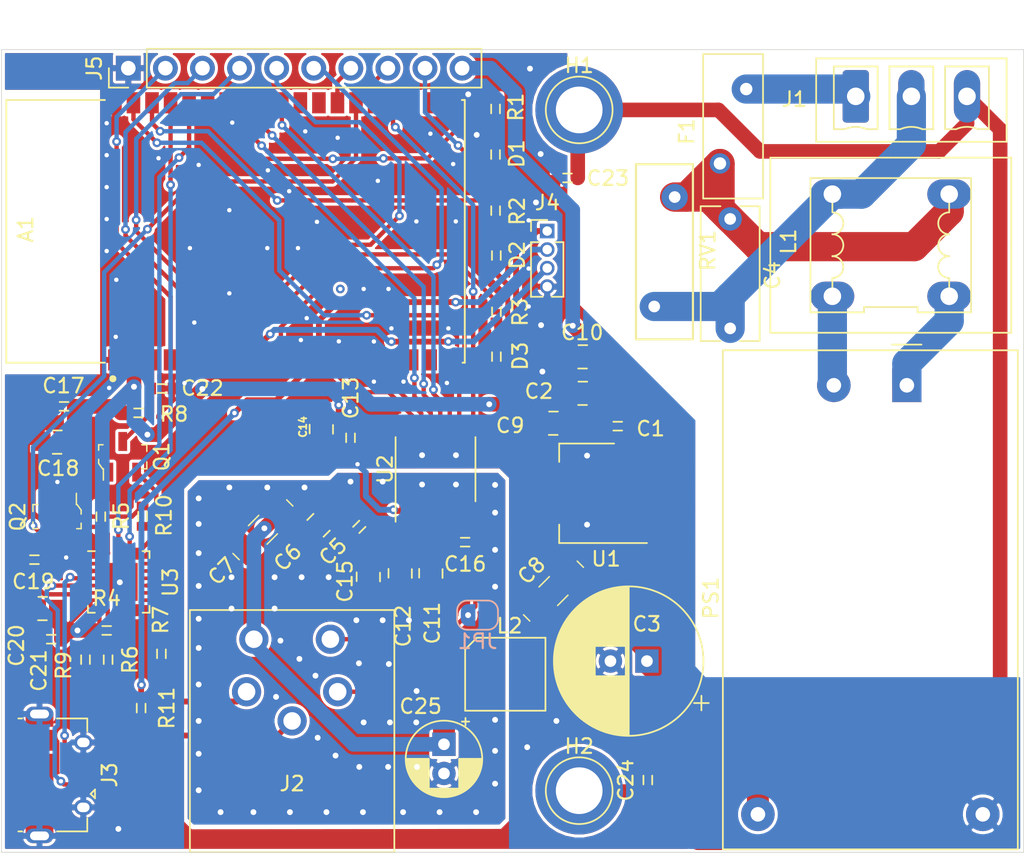
<source format=kicad_pcb>
(kicad_pcb (version 20171130) (host pcbnew 5.1.10)
  (layers (0 Front signal) (1 In1.Cu signal) (2 In2.Cu jumper) (31 Back signal) (34 B.Paste user) (35 F.Paste user) (36 B.SilkS user) (37 F.SilkS user) (38 B.Mask user) (39 F.Mask user) (44 Edge.Cuts user))
  (net 0 "")
  (net 1 "Net-(A1-Pad39)")
  (net 2 GNDREF)
  (net 3 TX)
  (net 4 RX)
  (net 5 IO0)
  (net 6 "Net-(A1-Pad22)")
  (net 7 "Net-(A1-Pad21)")
  (net 8 "Net-(A1-Pad20)")
  (net 9 "Net-(A1-Pad19)")
  (net 10 "Net-(A1-Pad18)")
  (net 11 "Net-(A1-Pad17)")
  (net 12 "Net-(A1-Pad14)")
  (net 13 "Net-(A1-Pad12)")
  (net 14 "Net-(A1-Pad9)")
  (net 15 EN)
  (net 16 +3V3)
  (net 17 +5V)
  (net 18 +5VA)
  (net 19 GNDA)
  (net 20 "Net-(C11-Pad1)")
  (net 21 "Net-(C15-Pad1)")
  (net 22 "Net-(C19-Pad1)")
  (net 23 "Net-(D1-Pad1)")
  (net 24 "Net-(D2-Pad1)")
  (net 25 "Net-(D3-Pad1)")
  (net 26 "Net-(J3-Pad4)")
  (net 27 "Net-(J3-Pad3)")
  (net 28 "Net-(J3-Pad2)")
  (net 29 +5VD)
  (net 30 "Net-(Q1-Pad1)")
  (net 31 "Net-(Q1-Pad2)")
  (net 32 "Net-(Q2-Pad1)")
  (net 33 "Net-(Q2-Pad2)")
  (net 34 "Net-(R4-Pad2)")
  (net 35 "Net-(R6-Pad1)")
  (net 36 "Net-(R7-Pad1)")
  (net 37 "Net-(U3-Pad24)")
  (net 38 "Net-(U3-Pad22)")
  (net 39 "Net-(U3-Pad18)")
  (net 40 "Net-(U3-Pad17)")
  (net 41 "Net-(U3-Pad16)")
  (net 42 "Net-(U3-Pad14)")
  (net 43 "Net-(U3-Pad13)")
  (net 44 "Net-(U3-Pad12)")
  (net 45 "Net-(U3-Pad11)")
  (net 46 "Net-(U3-Pad10)")
  (net 47 "Net-(U3-Pad1)")
  (net 48 /AC_in_2)
  (net 49 /AC_in_fuse)
  (net 50 /AC_in_1)
  (net 51 /AC_choke_1)
  (net 52 /AC_choke_2)
  (net 53 /AD_SDI)
  (net 54 /LED_B)
  (net 55 /LED_G)
  (net 56 /AD_SDO0)
  (net 57 /AD_SCLK)
  (net 58 /AD_CS)
  (net 59 /AD_RTS)
  (net 60 /AD_SDO1)
  (net 61 /AD_RVS)
  (net 62 /LED_R)
  (net 63 P_SIGNAL+)
  (net 64 P_SIGNAL-)
  (net 65 RESET+)
  (net 66 Earth)
  (net 67 "Net-(J2-Pad1)")
  (net 68 /IO04)
  (net 69 /IO02)
  (net 70 /IO25)
  (net 71 /IO35)
  (net 72 /IO34)
  (net 73 /VN)
  (net 74 /VP)
  (module Jumper:SolderJumper-2_P1.3mm_Open_RoundedPad1.0x1.5mm (layer Back) (at 132.6 148.75)
    (fp_text reference JP1 (at 0 1.8) (layer B.SilkS) (effects (justify mirror)))
    (fp_text value SolderJumper_2_Open)
    (pad 2 smd custom (at 0.65 0) (size 1 0.5) (layers Back B.Mask) (net 19 GNDA) (options (clearance outline) (anchor rect)) (primitives (gr_circle (center 0 -0.25) (end 0.5 -0.25) (width 0)) (gr_circle (center 0 0.25) (end 0.5 0.25) (width 0)) (gr_poly (pts (xy 0 0.75) (xy -0.5 0.75) (xy -0.5 -0.75) (xy 0 -0.75)) (width 0))))
    (pad 1 smd custom (at -0.65 0) (size 1 0.5) (layers Back B.Mask) (net 64 P_SIGNAL-) (options (clearance outline) (anchor rect)) (primitives (gr_circle (center 0 -0.25) (end 0.5 -0.25) (width 0)) (gr_circle (center 0 0.25) (end 0.5 0.25) (width 0)) (gr_poly (pts (xy 0 0.75) (xy 0.5 0.75) (xy 0.5 -0.75) (xy 0 -0.75)) (width 0))))
  )
  (module comp-lib:GX16-5P (layer Front) (at 119.9 154 180)
    (fp_text reference J2 (at 0 -6.3) (layer F.SilkS))
    (fp_text value charge-amp-board)
    (pad 5 thru_hole circle (at -3.12 0 180) (size 2 2) (drill 1.2) (layers *.Cu *.Mask) (net 64 P_SIGNAL-))
    (pad 4 thru_hole circle (at -2.62 3.6 180) (size 2 2) (drill 1.2) (layers *.Cu *.Mask) (net 63 P_SIGNAL+))
    (pad 3 thru_hole circle (at 2.62 3.6 180) (size 2 2) (drill 1.2) (layers *.Cu *.Mask) (net 18 +5VA))
    (pad 2 thru_hole circle (at 3.12 0 180) (size 2 2) (drill 1.2) (layers *.Cu *.Mask) (net 2 GNDREF))
    (pad 1 thru_hole circle (at 0 -2 180) (size 2 2) (drill 1.2) (layers *.Cu *.Mask) (net 67 "Net-(J2-Pad1)"))
  )
  (module Connector_PinHeader_2.54mm:PinHeader_1x10_P2.54mm_Vertical (layer Front) (at 108.68 111.27 90)
    (fp_text reference J5 (at 0 -2.33 90) (layer F.SilkS))
    (fp_text value Conn_01x10)
    (pad 10 thru_hole oval (at 0 22.86 90) (size 1.7 1.7) (drill 1) (layers *.Cu *.Mask) (net 17 +5V))
    (pad 9 thru_hole oval (at 0 20.32 90) (size 1.7 1.7) (drill 1) (layers *.Cu *.Mask) (net 16 +3V3))
    (pad 8 thru_hole oval (at 0 17.78 90) (size 1.7 1.7) (drill 1) (layers *.Cu *.Mask) (net 69 /IO02))
    (pad 7 thru_hole oval (at 0 15.24 90) (size 1.7 1.7) (drill 1) (layers *.Cu *.Mask) (net 68 /IO04))
    (pad 6 thru_hole oval (at 0 12.7 90) (size 1.7 1.7) (drill 1) (layers *.Cu *.Mask) (net 70 /IO25))
    (pad 5 thru_hole oval (at 0 10.16 90) (size 1.7 1.7) (drill 1) (layers *.Cu *.Mask) (net 71 /IO35))
    (pad 4 thru_hole oval (at 0 7.62 90) (size 1.7 1.7) (drill 1) (layers *.Cu *.Mask) (net 72 /IO34))
    (pad 3 thru_hole oval (at 0 5.08 90) (size 1.7 1.7) (drill 1) (layers *.Cu *.Mask) (net 73 /VN))
    (pad 2 thru_hole oval (at 0 2.54 90) (size 1.7 1.7) (drill 1) (layers *.Cu *.Mask) (net 74 /VP))
    (pad 1 thru_hole rect (at 0 0 90) (size 1.7 1.7) (drill 1) (layers *.Cu *.Mask) (net 2 GNDREF))
  )
  (module Capacitor_THT:CP_Radial_D5.0mm_P2.00mm (layer Front) (at 130.3 157.6 270)
    (fp_text reference C25 (at -2.6 1.6 180) (layer F.SilkS))
    (fp_text value 100uF)
    (pad 2 thru_hole circle (at 2 0 270) (size 1.6 1.6) (drill 0.8) (layers *.Cu *.Mask) (net 19 GNDA))
    (pad 1 thru_hole rect (at 0 0 270) (size 1.6 1.6) (drill 0.8) (layers *.Cu *.Mask) (net 18 +5VA))
  )
  (module Package_SO:TSSOP-16_4.4x5mm_P0.65mm (layer Front) (at 129.72 138.75 90)
    (fp_text reference U2 (at 0 -3.45 90) (layer F.SilkS))
    (fp_text value ADS8689IPW)
    (pad 16 smd roundrect (at 2.8625 -2.275 90) (size 1.475 0.4) (layers Front F.Paste F.Mask) (net 16 +3V3))
    (pad 15 smd roundrect (at 2.8625 -1.625 90) (size 1.475 0.4) (layers Front F.Paste F.Mask) (net 61 /AD_RVS))
    (pad 14 smd roundrect (at 2.8625 -0.975 90) (size 1.475 0.4) (layers Front F.Paste F.Mask) (net 60 /AD_SDO1))
    (pad 13 smd roundrect (at 2.8625 -0.325 90) (size 1.475 0.4) (layers Front F.Paste F.Mask) (net 56 /AD_SDO0))
    (pad 12 smd roundrect (at 2.8625 0.325 90) (size 1.475 0.4) (layers Front F.Paste F.Mask) (net 57 /AD_SCLK))
    (pad 11 smd roundrect (at 2.8625 0.975 90) (size 1.475 0.4) (layers Front F.Paste F.Mask) (net 58 /AD_CS))
    (pad 10 smd roundrect (at 2.8625 1.625 90) (size 1.475 0.4) (layers Front F.Paste F.Mask) (net 53 /AD_SDI))
    (pad 9 smd roundrect (at 2.8625 2.275 90) (size 1.475 0.4) (layers Front F.Paste F.Mask) (net 59 /AD_RTS))
    (pad 8 smd roundrect (at -2.8625 2.275 90) (size 1.475 0.4) (layers Front F.Paste F.Mask) (net 64 P_SIGNAL-))
    (pad 7 smd roundrect (at -2.8625 1.625 90) (size 1.475 0.4) (layers Front F.Paste F.Mask) (net 63 P_SIGNAL+))
    (pad 6 smd roundrect (at -2.8625 0.975 90) (size 1.475 0.4) (layers Front F.Paste F.Mask) (net 20 "Net-(C11-Pad1)"))
    (pad 5 smd roundrect (at -2.8625 0.325 90) (size 1.475 0.4) (layers Front F.Paste F.Mask) (net 19 GNDA))
    (pad 4 smd roundrect (at -2.8625 -0.325 90) (size 1.475 0.4) (layers Front F.Paste F.Mask) (net 21 "Net-(C15-Pad1)"))
    (pad 3 smd roundrect (at -2.8625 -0.975 90) (size 1.475 0.4) (layers Front F.Paste F.Mask) (net 19 GNDA))
    (pad 2 smd roundrect (at -2.8625 -1.625 90) (size 1.475 0.4) (layers Front F.Paste F.Mask) (net 18 +5VA))
    (pad 1 smd roundrect (at -2.8625 -2.275 90) (size 1.475 0.4) (layers Front F.Paste F.Mask) (net 2 GNDREF))
  )
  (module digikey-footprints:0603 (layer Front) (at 109.56 155.12 270)
    (fp_text reference R11 (at 0 -1.765 90) (layer F.SilkS))
    (fp_text value 560)
    (pad 1 smd rect (at -0.7 0 270) (size 0.6 0.8) (layers Front F.Paste F.Mask) (net 65 RESET+))
    (pad 2 smd rect (at 0.7 0 270) (size 0.6 0.8) (layers Front F.Paste F.Mask) (net 67 "Net-(J2-Pad1)"))
  )
  (module Connector_USB:USB_Micro-AB_Molex_47590-0001 (layer Front) (at 102.6 159.7 270)
    (fp_text reference J3 (at 0 -4.8 90) (layer F.SilkS))
    (fp_text value USB_B_Micro hide)
    (pad 6 smd rect (at -3.7375 0 270) (size 0.875 1.9) (layers Front F.Mask) (net 2 GNDREF))
    (pad 6 smd rect (at 3.7375 0 270) (size 0.875 1.9) (layers Front F.Mask) (net 2 GNDREF))
    (pad 6 smd rect (at 0 0 270) (size 2.9 1.9) (layers Front F.Paste F.Mask) (net 2 GNDREF))
    (pad 2 smd rect (at 0.65 -2.675 270) (size 0.4 1.35) (layers Front F.Paste F.Mask) (net 28 "Net-(J3-Pad2)"))
    (pad 6 thru_hole oval (at 4.175 0 270) (size 1 1.9) (drill oval 0.6 1.3) (layers *.Cu *.Mask) (net 2 GNDREF))
    (pad 6 thru_hole oval (at -4.175 0 270) (size 1 1.9) (drill oval 0.6 1.3) (layers *.Cu *.Mask) (net 2 GNDREF))
    (pad 6 thru_hole oval (at 2.225 -3 270) (size 1.05 1.25) (drill oval 0.65 0.85) (layers *.Cu *.Mask) (net 2 GNDREF))
    (pad 1 smd rect (at 1.3 -2.675 270) (size 0.4 1.35) (layers Front F.Paste F.Mask) (net 29 +5VD))
    (pad 3 smd rect (at 0 -2.675 270) (size 0.4 1.35) (layers Front F.Paste F.Mask) (net 27 "Net-(J3-Pad3)"))
    (pad 4 smd rect (at -0.65 -2.675 270) (size 0.4 1.35) (layers Front F.Paste F.Mask) (net 26 "Net-(J3-Pad4)"))
    (pad 5 smd rect (at -1.3 -2.675 270) (size 0.4 1.35) (layers Front F.Paste F.Mask) (net 2 GNDREF))
    (pad 6 thru_hole oval (at -2.225 -3 270) (size 1.05 1.25) (drill oval 0.65 0.85) (layers *.Cu *.Mask) (net 2 GNDREF))
  )
  (module TestPoint:TestPoint_Plated_Hole_D3.0mm (layer Front) (at 139.56 160.78)
    (fp_text reference H2 (at 0 -3.048) (layer F.SilkS))
    (fp_text value MountingHole_Pad)
    (pad 1 thru_hole circle (at 0 0) (size 6 6) (drill 3.2) (layers *.Cu *.Mask) (net 66 Earth))
  )
  (module TestPoint:TestPoint_Plated_Hole_D3.0mm (layer Front) (at 139.56 114.13)
    (fp_text reference H1 (at 0 -3.048) (layer F.SilkS))
    (fp_text value MountingHole_Pad)
    (pad 1 thru_hole circle (at 0 0) (size 6 6) (drill 3.2) (layers *.Cu *.Mask) (net 66 Earth))
  )
  (module comp-lib:AC-Input (layer Front) (at 158.5 113.2)
    (fp_text reference J1 (at -4.2 0.2) (layer F.SilkS))
    (fp_text value "127V AC")
    (pad 3 thru_hole oval (at 7.62 0) (size 1.8 3.6) (drill 1.2) (layers *.Cu *.Mask) (net 66 Earth))
    (pad 2 thru_hole oval (at 3.81 0) (size 1.8 3.6) (drill 1.2) (layers *.Cu *.Mask) (net 48 /AC_in_2))
    (pad 1 thru_hole roundrect (at 0 0) (size 1.8 3.6) (drill 1.2) (layers *.Cu *.Mask) (roundrect_rratio 0.138889) (net 50 /AC_in_1))
  )
  (module digikey-footprints:0603 (layer Front) (at 144.26 160.05 270)
    (fp_text reference C24 (at 0.014999 1.504999 90) (layer F.SilkS))
    (fp_text value 0.1uF)
    (pad 1 smd rect (at -0.7 0 270) (size 0.6 0.8) (layers Front F.Paste F.Mask) (net 2 GNDREF))
    (pad 2 smd rect (at 0.7 0 270) (size 0.6 0.8) (layers Front F.Paste F.Mask) (net 66 Earth))
  )
  (module digikey-footprints:0603 (layer Front) (at 138.76 118.79)
    (fp_text reference C23 (at 2.77 0.02) (layer F.SilkS))
    (fp_text value 0.1uF)
    (pad 1 smd rect (at -0.7 0) (size 0.6 0.8) (layers Front F.Paste F.Mask) (net 2 GNDREF))
    (pad 2 smd rect (at 0.7 0) (size 0.6 0.8) (layers Front F.Paste F.Mask) (net 66 Earth))
  )
  (module comp-lib:UU9.8 (layer Front) (at 160.9 123.4 90)
    (fp_text reference L1 (at 0.25 -7 270) (layer F.SilkS))
    (fp_text value "10 mH")
    (pad 4 thru_hole oval (at -3.5 -4 90) (size 2 3) (drill 1.2) (layers *.Cu *.Mask) (net 52 /AC_choke_2))
    (pad 1 thru_hole oval (at -3.5 4 90) (size 2 3) (drill 1.2) (layers *.Cu *.Mask) (net 51 /AC_choke_1))
    (pad 3 thru_hole oval (at 3.5 -4 90) (size 2 3) (drill 1.2) (layers *.Cu *.Mask) (net 48 /AC_in_2))
    (pad 2 thru_hole oval (at 3.5 4 90) (size 2 3) (drill 1.2) (layers *.Cu *.Mask) (net 49 /AC_in_fuse))
  )
  (module Capacitor_THT:C_Rect_L9.0mm_W3.8mm_P7.50mm_MKT (layer Front) (at 149.9 121.6 270)
    (fp_text reference C4 (at 3.865 -2.9 90) (layer F.SilkS))
    (fp_text value 0.1uF)
    (pad 2 thru_hole circle (at 7.5 0 270) (size 1.6 1.6) (drill 0.8) (layers *.Cu *.Mask) (net 48 /AC_in_2))
    (pad 1 thru_hole circle (at 0 0 270) (size 1.6 1.6) (drill 0.8) (layers *.Cu *.Mask) (net 49 /AC_in_fuse))
  )
  (module Connector_PinHeader_1.27mm:PinHeader_1x04_P1.27mm_Vertical (layer Front) (at 137.37 122.43)
    (fp_text reference J4 (at 0.014 -1.942) (layer F.SilkS))
    (fp_text value Encoder)
    (pad 4 thru_hole oval (at 0 3.81) (size 1 1) (drill 0.65) (layers *.Cu *.Mask) (net 2 GNDREF))
    (pad 3 thru_hole oval (at 0 2.54) (size 1 1) (drill 0.65) (layers *.Cu *.Mask) (net 14 "Net-(A1-Pad9)"))
    (pad 2 thru_hole oval (at 0 1.27) (size 1 1) (drill 0.65) (layers *.Cu *.Mask) (net 13 "Net-(A1-Pad12)"))
    (pad 1 thru_hole rect (at 0 0) (size 1 1) (drill 0.65) (layers *.Cu *.Mask) (net 16 +3V3))
  )
  (module Package_DFN_QFN:QFN-24-1EP_4x4mm_P0.5mm_EP2.6x2.6mm (layer Front) (at 108.025 146.475)
    (fp_text reference U3 (at 3.535 0.025 -90) (layer F.SilkS))
    (fp_text value CP2102N-A01-GQFN24 hide)
    (pad 25 smd rect (at 0 0) (size 2.6 2.6) (layers Front F.Mask) (net 2 GNDREF))
    (pad 24 smd roundrect (at -1.25 -1.9375) (size 0.25 0.825) (layers Front F.Paste F.Mask) (net 37 "Net-(U3-Pad24)"))
    (pad 23 smd roundrect (at -0.75 -1.9375) (size 0.25 0.825) (layers Front F.Paste F.Mask) (net 33 "Net-(Q2-Pad2)"))
    (pad 22 smd roundrect (at -0.25 -1.9375) (size 0.25 0.825) (layers Front F.Paste F.Mask) (net 38 "Net-(U3-Pad22)"))
    (pad 21 smd roundrect (at 0.25 -1.9375) (size 0.25 0.825) (layers Front F.Paste F.Mask) (net 4 RX))
    (pad 20 smd roundrect (at 0.75 -1.9375) (size 0.25 0.825) (layers Front F.Paste F.Mask) (net 3 TX))
    (pad 19 smd roundrect (at 1.25 -1.9375) (size 0.25 0.825) (layers Front F.Paste F.Mask) (net 31 "Net-(Q1-Pad2)"))
    (pad 18 smd roundrect (at 1.9375 -1.25) (size 0.825 0.25) (layers Front F.Paste F.Mask) (net 39 "Net-(U3-Pad18)"))
    (pad 17 smd roundrect (at 1.9375 -0.75) (size 0.825 0.25) (layers Front F.Paste F.Mask) (net 40 "Net-(U3-Pad17)"))
    (pad 16 smd roundrect (at 1.9375 -0.25) (size 0.825 0.25) (layers Front F.Paste F.Mask) (net 41 "Net-(U3-Pad16)"))
    (pad 15 smd roundrect (at 1.9375 0.25) (size 0.825 0.25) (layers Front F.Paste F.Mask) (net 36 "Net-(R7-Pad1)"))
    (pad 14 smd roundrect (at 1.9375 0.75) (size 0.825 0.25) (layers Front F.Paste F.Mask) (net 42 "Net-(U3-Pad14)"))
    (pad 13 smd roundrect (at 1.9375 1.25) (size 0.825 0.25) (layers Front F.Paste F.Mask) (net 43 "Net-(U3-Pad13)"))
    (pad 12 smd roundrect (at 1.25 1.9375) (size 0.25 0.825) (layers Front F.Paste F.Mask) (net 44 "Net-(U3-Pad12)"))
    (pad 11 smd roundrect (at 0.75 1.9375) (size 0.25 0.825) (layers Front F.Paste F.Mask) (net 45 "Net-(U3-Pad11)"))
    (pad 10 smd roundrect (at 0.25 1.9375) (size 0.25 0.825) (layers Front F.Paste F.Mask) (net 46 "Net-(U3-Pad10)"))
    (pad 9 smd roundrect (at -0.25 1.9375) (size 0.25 0.825) (layers Front F.Paste F.Mask) (net 34 "Net-(R4-Pad2)"))
    (pad 8 smd roundrect (at -0.75 1.9375) (size 0.25 0.825) (layers Front F.Paste F.Mask) (net 35 "Net-(R6-Pad1)"))
    (pad 7 smd roundrect (at -1.25 1.9375) (size 0.25 0.825) (layers Front F.Paste F.Mask) (net 16 +3V3))
    (pad 6 smd roundrect (at -1.9375 1.25) (size 0.825 0.25) (layers Front F.Paste F.Mask) (net 16 +3V3))
    (pad 5 smd roundrect (at -1.9375 0.75) (size 0.825 0.25) (layers Front F.Paste F.Mask) (net 22 "Net-(C19-Pad1)"))
    (pad 4 smd roundrect (at -1.9375 0.25) (size 0.825 0.25) (layers Front F.Paste F.Mask) (net 28 "Net-(J3-Pad2)"))
    (pad 3 smd roundrect (at -1.9375 -0.25) (size 0.825 0.25) (layers Front F.Paste F.Mask) (net 27 "Net-(J3-Pad3)"))
    (pad 2 smd roundrect (at -1.9375 -0.75) (size 0.825 0.25) (layers Front F.Paste F.Mask) (net 2 GNDREF))
    (pad 1 smd roundrect (at -1.9375 -1.25) (size 0.825 0.25) (layers Front F.Paste F.Mask) (net 47 "Net-(U3-Pad1)"))
  )
  (module Package_TO_SOT_SMD:SOT-223-3_TabPin2 (layer Front) (at 140.1 140.4 180)
    (fp_text reference U1 (at -1.3 -4.5) (layer F.SilkS))
    (fp_text value AMS1117-3.3)
    (pad 1 smd rect (at -3.15 -2.3 180) (size 2 1.5) (layers Front F.Paste F.Mask) (net 2 GNDREF))
    (pad 3 smd rect (at -3.15 2.3 180) (size 2 1.5) (layers Front F.Paste F.Mask) (net 17 +5V))
    (pad 2 smd rect (at -3.15 0 180) (size 2 1.5) (layers Front F.Paste F.Mask) (net 16 +3V3))
    (pad 2 smd rect (at 3.15 0 180) (size 2 3.8) (layers Front F.Paste F.Mask) (net 16 +3V3))
  )
  (module Varistor:RV_Disc_D12mm_W3.9mm_P7.5mm (layer Front) (at 146.1 120.1 270)
    (fp_text reference RV1 (at 3.66 -2.27 90) (layer F.SilkS))
    (fp_text value Varistor)
    (pad 2 thru_hole circle (at 7.5 1.4 270) (size 1.8 1.8) (drill 0.8) (layers *.Cu *.Mask) (net 48 /AC_in_2))
    (pad 1 thru_hole circle (at 0 0 270) (size 1.8 1.8) (drill 0.8) (layers *.Cu *.Mask) (net 49 /AC_in_fuse))
  )
  (module digikey-footprints:0603 (layer Front) (at 109.66 141.97 270)
    (fp_text reference R10 (at -0.05 -1.47 90) (layer F.SilkS))
    (fp_text value 10k)
    (pad 1 smd rect (at -0.7 0 270) (size 0.6 0.8) (layers Front F.Paste F.Mask) (net 32 "Net-(Q2-Pad1)"))
    (pad 2 smd rect (at 0.7 0 270) (size 0.6 0.8) (layers Front F.Paste F.Mask) (net 31 "Net-(Q1-Pad2)"))
  )
  (module digikey-footprints:0603 (layer Front) (at 105.75 151.8 90)
    (fp_text reference R9 (at -0.4 -1.5 90) (layer F.SilkS))
    (fp_text value 47k)
    (pad 1 smd rect (at -0.7 0 90) (size 0.6 0.8) (layers Front F.Paste F.Mask) (net 2 GNDREF))
    (pad 2 smd rect (at 0.7 0 90) (size 0.6 0.8) (layers Front F.Paste F.Mask) (net 35 "Net-(R6-Pad1)"))
  )
  (module digikey-footprints:0603 (layer Front) (at 109.38 134.89 180)
    (fp_text reference R8 (at -2.43 -0.09) (layer F.SilkS))
    (fp_text value 10k)
    (pad 1 smd rect (at -0.7 0 180) (size 0.6 0.8) (layers Front F.Paste F.Mask) (net 15 EN))
    (pad 2 smd rect (at 0.7 0 180) (size 0.6 0.8) (layers Front F.Paste F.Mask) (net 16 +3V3))
  )
  (module digikey-footprints:0603 (layer Front) (at 110.95 151.4 270)
    (fp_text reference R7 (at -2.32 0.05 90) (layer F.SilkS))
    (fp_text value 10k)
    (pad 1 smd rect (at -0.7 0 270) (size 0.6 0.8) (layers Front F.Paste F.Mask) (net 36 "Net-(R7-Pad1)"))
    (pad 2 smd rect (at 0.7 0 270) (size 0.6 0.8) (layers Front F.Paste F.Mask) (net 2 GNDREF))
  )
  (module digikey-footprints:0603 (layer Front) (at 107.3 151.8 270)
    (fp_text reference R6 (at 0 -1.5 90) (layer F.SilkS))
    (fp_text value 22k)
    (pad 1 smd rect (at -0.7 0 270) (size 0.6 0.8) (layers Front F.Paste F.Mask) (net 35 "Net-(R6-Pad1)"))
    (pad 2 smd rect (at 0.7 0 270) (size 0.6 0.8) (layers Front F.Paste F.Mask) (net 29 +5VD))
  )
  (module digikey-footprints:0603 (layer Front) (at 106.8 142 270)
    (fp_text reference R5 (at -0.04 -1.4 90) (layer F.SilkS))
    (fp_text value 10k)
    (pad 1 smd rect (at -0.7 0 270) (size 0.6 0.8) (layers Front F.Paste F.Mask) (net 30 "Net-(Q1-Pad1)"))
    (pad 2 smd rect (at 0.7 0 270) (size 0.6 0.8) (layers Front F.Paste F.Mask) (net 33 "Net-(Q2-Pad2)"))
  )
  (module digikey-footprints:0603 (layer Front) (at 107.2 149.8)
    (fp_text reference R4 (at 0 -2.2) (layer F.SilkS))
    (fp_text value 2k)
    (pad 1 smd rect (at -0.7 0) (size 0.6 0.8) (layers Front F.Paste F.Mask) (net 16 +3V3))
    (pad 2 smd rect (at 0.7 0) (size 0.6 0.8) (layers Front F.Paste F.Mask) (net 34 "Net-(R4-Pad2)"))
  )
  (module digikey-footprints:0603 (layer Front) (at 133.892 127.961 270)
    (fp_text reference R3 (at 0.029 -1.628 90) (layer F.SilkS))
    (fp_text value 560)
    (pad 1 smd rect (at -0.7 0 270) (size 0.6 0.8) (layers Front F.Paste F.Mask) (net 62 /LED_R))
    (pad 2 smd rect (at 0.7 0 270) (size 0.6 0.8) (layers Front F.Paste F.Mask) (net 25 "Net-(D3-Pad1)"))
  )
  (module digikey-footprints:0603 (layer Front) (at 133.837 121.031 270)
    (fp_text reference R2 (at 0.039 -1.483 90) (layer F.SilkS))
    (fp_text value 560)
    (pad 1 smd rect (at -0.7 0 270) (size 0.6 0.8) (layers Front F.Paste F.Mask) (net 54 /LED_B))
    (pad 2 smd rect (at 0.7 0 270) (size 0.6 0.8) (layers Front F.Paste F.Mask) (net 24 "Net-(D2-Pad1)"))
  )
  (module digikey-footprints:0603 (layer Front) (at 133.832 114.061 270)
    (fp_text reference R1 (at -0.121 -1.398 90) (layer F.SilkS))
    (fp_text value 560)
    (pad 1 smd rect (at -0.7 0 270) (size 0.6 0.8) (layers Front F.Paste F.Mask) (net 55 /LED_G))
    (pad 2 smd rect (at 0.7 0 270) (size 0.6 0.8) (layers Front F.Paste F.Mask) (net 23 "Net-(D1-Pad1)"))
  )
  (module digikey-footprints:SOT-23-3 (layer Front) (at 103.8 142 270)
    (fp_text reference Q2 (at 0.01 2.69 90) (layer F.SilkS))
    (fp_text value MMSS8050-H-TP)
    (pad 1 smd rect (at -1.05 -0.95 270) (size 1.3 0.6) (layers Front F.Paste F.Mask) (net 32 "Net-(Q2-Pad1)"))
    (pad 2 smd rect (at -1.05 0.95 270) (size 1.3 0.6) (layers Front F.Paste F.Mask) (net 33 "Net-(Q2-Pad2)"))
    (pad 3 smd rect (at 1.05 0 270) (size 1.3 0.6) (layers Front F.Paste F.Mask) (net 5 IO0))
  )
  (module digikey-footprints:SOT-23-3 (layer Front) (at 108.3 137.9 90)
    (fp_text reference Q1 (at 0.01 2.67 90) (layer F.SilkS))
    (fp_text value MMSS8050-H-TP hide)
    (pad 1 smd rect (at -1.05 -0.95 90) (size 1.3 0.6) (layers Front F.Paste F.Mask) (net 30 "Net-(Q1-Pad1)"))
    (pad 2 smd rect (at -1.05 0.95 90) (size 1.3 0.6) (layers Front F.Paste F.Mask) (net 31 "Net-(Q1-Pad2)"))
    (pad 3 smd rect (at 1.05 0 90) (size 1.3 0.6) (layers Front F.Paste F.Mask) (net 15 EN))
  )
  (module Converter_ACDC:Converter_ACDC_HiLink_HLK-PMxx (layer Front) (at 162 133 270)
    (fp_text reference PS1 (at 14.57 13.415 270) (layer F.SilkS))
    (fp_text value HLK-PM01)
    (pad 3 thru_hole circle (at 29.4 -5.2 270) (size 2.3 2.3) (drill 1) (layers *.Cu *.Mask) (net 2 GNDREF))
    (pad 1 thru_hole rect (at 0 0 270) (size 2.3 2) (drill 1) (layers *.Cu *.Mask) (net 51 /AC_choke_1))
    (pad 2 thru_hole circle (at 0 5 270) (size 2.3 2.3) (drill 1) (layers *.Cu *.Mask) (net 52 /AC_choke_2))
    (pad 4 thru_hole circle (at 29.4 10.2 270) (size 2.3 2.3) (drill 1) (layers *.Cu *.Mask) (net 17 +5V))
  )
  (module comp-lib:ACM3225-2P (layer Front) (at 134.5 152.8 270)
    (fp_text reference L2 (at -3.32 -0.29) (layer F.SilkS))
    (fp_text value "220Ω @ 100MHz 2 350mA 300mΩ" hide)
    (pad 4 smd rect (at -1.25 -1.55 270) (size 1.5 1.4) (layers Front F.Paste F.Mask) (net 17 +5V))
    (pad 1 smd rect (at -1.25 1.55 270) (size 1.5 1.4) (layers Front F.Paste F.Mask) (net 18 +5VA))
    (pad 3 smd rect (at 1.25 -1.55 270) (size 1.5 1.4) (layers Front F.Paste F.Mask) (net 2 GNDREF))
    (pad 2 smd rect (at 1.25 1.55 270) (size 1.5 1.4) (layers Front F.Paste F.Mask) (net 19 GNDA))
  )
  (module Fuse:Fuse_BelFuse_0ZRE0025FF_L9.6mm_W3.8mm (layer Front) (at 151 112.7 270)
    (fp_text reference F1 (at 2.91 4.07 90) (layer F.SilkS))
    (fp_text value Fuse)
    (pad 1 thru_hole circle (at 0 0 270) (size 1.4 1.4) (drill 0.85) (layers *.Cu *.Mask) (net 50 /AC_in_1))
    (pad 2 thru_hole circle (at 5.1 1.8 270) (size 1.4 1.4) (drill 0.85) (layers *.Cu *.Mask) (net 49 /AC_in_fuse))
  )
  (module digikey-footprints:0603 (layer Front) (at 133.892 131.036 270)
    (fp_text reference D3 (at -0.036 -1.628 90) (layer F.SilkS))
    (fp_text value "LED RED")
    (pad 1 smd rect (at -0.7 0 270) (size 0.6 0.8) (layers Front F.Paste F.Mask) (net 25 "Net-(D3-Pad1)"))
    (pad 2 smd rect (at 0.7 0 270) (size 0.6 0.8) (layers Front F.Paste F.Mask) (net 16 +3V3))
  )
  (module digikey-footprints:0603 (layer Front) (at 133.887 124.106 270)
    (fp_text reference D2 (at -0.026 -1.433 90) (layer F.SilkS))
    (fp_text value "LED BLUE")
    (pad 1 smd rect (at -0.7 0 270) (size 0.6 0.8) (layers Front F.Paste F.Mask) (net 24 "Net-(D2-Pad1)"))
    (pad 2 smd rect (at 0.7 0 270) (size 0.6 0.8) (layers Front F.Paste F.Mask) (net 16 +3V3))
  )
  (module digikey-footprints:0603 (layer Front) (at 133.832 117.186 270)
    (fp_text reference D1 (at -0.056 -1.458 90) (layer F.SilkS))
    (fp_text value "LED GREEN")
    (pad 1 smd rect (at -0.7 0 270) (size 0.6 0.8) (layers Front F.Paste F.Mask) (net 23 "Net-(D1-Pad1)"))
    (pad 2 smd rect (at 0.7 0 270) (size 0.6 0.8) (layers Front F.Paste F.Mask) (net 16 +3V3))
  )
  (module digikey-footprints:0603 (layer Front) (at 110.98 133.22)
    (fp_text reference C22 (at 2.78 -0.02) (layer F.SilkS))
    (fp_text value 100nF)
    (pad 1 smd rect (at -0.7 0) (size 0.6 0.8) (layers Front F.Paste F.Mask) (net 15 EN))
    (pad 2 smd rect (at 0.7 0) (size 0.6 0.8) (layers Front F.Paste F.Mask) (net 2 GNDREF))
  )
  (module digikey-footprints:0603 (layer Front) (at 103.4 150.4 180)
    (fp_text reference C21 (at 0.84 -2.15 270) (layer F.SilkS))
    (fp_text value 100nF)
    (pad 1 smd rect (at -0.7 0 180) (size 0.6 0.8) (layers Front F.Paste F.Mask) (net 16 +3V3))
    (pad 2 smd rect (at 0.7 0 180) (size 0.6 0.8) (layers Front F.Paste F.Mask) (net 2 GNDREF))
  )
  (module digikey-footprints:0805 (layer Front) (at 102.8 148.3 180)
    (fp_text reference C20 (at 1.78 -2.53 270) (layer F.SilkS))
    (fp_text value 1uF)
    (pad 1 smd rect (at -1.05 0 180) (size 1.2 1.2) (layers Front F.Paste F.Mask) (net 16 +3V3))
    (pad 2 smd rect (at 1.05 0 180) (size 1.2 1.2) (layers Front F.Paste F.Mask) (net 2 GNDREF))
  )
  (module digikey-footprints:0603 (layer Front) (at 102.25 144.95 180)
    (fp_text reference C19 (at 0.075 -1.5) (layer F.SilkS))
    (fp_text value 100nF)
    (pad 1 smd rect (at -0.7 0 180) (size 0.6 0.8) (layers Front F.Paste F.Mask) (net 22 "Net-(C19-Pad1)"))
    (pad 2 smd rect (at 0.7 0 180) (size 0.6 0.8) (layers Front F.Paste F.Mask) (net 2 GNDREF))
  )
  (module digikey-footprints:0805 (layer Front) (at 103.805 136.895 180)
    (fp_text reference C18 (at -0.075 -1.795) (layer F.SilkS))
    (fp_text value 22uF)
    (pad 1 smd rect (at -1.05 0 180) (size 1.2 1.2) (layers Front F.Paste F.Mask) (net 16 +3V3))
    (pad 2 smd rect (at 1.05 0 180) (size 1.2 1.2) (layers Front F.Paste F.Mask) (net 2 GNDREF))
  )
  (module digikey-footprints:0603 (layer Front) (at 104.28 134.445 180)
    (fp_text reference C17 (at 0.04 1.415) (layer F.SilkS))
    (fp_text value 100nF)
    (pad 1 smd rect (at -0.7 0 180) (size 0.6 0.8) (layers Front F.Paste F.Mask) (net 16 +3V3))
    (pad 2 smd rect (at 0.7 0 180) (size 0.6 0.8) (layers Front F.Paste F.Mask) (net 2 GNDREF))
  )
  (module digikey-footprints:0603 (layer Front) (at 131.75 143.75)
    (fp_text reference C16 (at 0 1.5) (layer F.SilkS))
    (fp_text value 330pF)
    (pad 1 smd rect (at -0.7 0) (size 0.6 0.8) (layers Front F.Paste F.Mask) (net 63 P_SIGNAL+))
    (pad 2 smd rect (at 0.7 0) (size 0.6 0.8) (layers Front F.Paste F.Mask) (net 64 P_SIGNAL-))
  )
  (module digikey-footprints:0805 (layer Front) (at 125.12 146.14 270)
    (fp_text reference C15 (at 0.3 1.6 90) (layer F.SilkS))
    (fp_text value 4.7uF)
    (pad 2 smd rect (at 1.05 0 270) (size 1.2 1.2) (layers Front F.Paste F.Mask) (net 19 GNDA))
    (pad 1 smd rect (at -1.05 0 270) (size 1.2 1.2) (layers Front F.Paste F.Mask) (net 21 "Net-(C15-Pad1)"))
  )
  (module digikey-footprints:0805 (layer Front) (at 121.9 136 90)
    (fp_text reference C14 (at 0.15 -1.26 90) (layer F.SilkS) (effects (font (size 0.5 0.5) (thickness 0.125))))
    (fp_text value 1uF)
    (pad 2 smd rect (at 1.05 0 90) (size 1.2 1.2) (layers Front F.Paste F.Mask) (net 2 GNDREF))
    (pad 1 smd rect (at -1.05 0 90) (size 1.2 1.2) (layers Front F.Paste F.Mask) (net 16 +3V3))
  )
  (module digikey-footprints:0603 (layer Front) (at 123.9 136.6 90)
    (fp_text reference C13 (at 2.73 0.02 90) (layer F.SilkS))
    (fp_text value 100nF)
    (pad 2 smd rect (at 0.7 0 90) (size 0.6 0.8) (layers Front F.Paste F.Mask) (net 2 GNDREF))
    (pad 1 smd rect (at -0.7 0 90) (size 0.6 0.8) (layers Front F.Paste F.Mask) (net 16 +3V3))
  )
  (module digikey-footprints:0805 (layer Front) (at 127.3 145.9 270)
    (fp_text reference C12 (at 3.6 -0.2 90) (layer F.SilkS))
    (fp_text value 10uF)
    (pad 1 smd rect (at -1.05 0 270) (size 1.2 1.2) (layers Front F.Paste F.Mask) (net 20 "Net-(C11-Pad1)"))
    (pad 2 smd rect (at 1.05 0 270) (size 1.2 1.2) (layers Front F.Paste F.Mask) (net 19 GNDA))
  )
  (module digikey-footprints:0805 (layer Front) (at 129.4 145.9 270)
    (fp_text reference C11 (at 3.4 -0.1 90) (layer F.SilkS))
    (fp_text value 1uF)
    (pad 1 smd rect (at -1.05 0 270) (size 1.2 1.2) (layers Front F.Paste F.Mask) (net 20 "Net-(C11-Pad1)"))
    (pad 2 smd rect (at 1.05 0 270) (size 1.2 1.2) (layers Front F.Paste F.Mask) (net 19 GNDA))
  )
  (module digikey-footprints:0805 (layer Front) (at 139.79 131.05 180)
    (fp_text reference C10 (at 0.02 1.66) (layer F.SilkS))
    (fp_text value 22uF)
    (pad 1 smd rect (at -1.05 0 180) (size 1.2 1.2) (layers Front F.Paste F.Mask) (net 17 +5V))
    (pad 2 smd rect (at 1.05 0 180) (size 1.2 1.2) (layers Front F.Paste F.Mask) (net 2 GNDREF))
  )
  (module digikey-footprints:0805 (layer Front) (at 137.8 135.6)
    (fp_text reference C9 (at -2.965 0.155) (layer F.SilkS))
    (fp_text value 22uF)
    (pad 1 smd rect (at -1.05 0) (size 1.2 1.2) (layers Front F.Paste F.Mask) (net 16 +3V3))
    (pad 2 smd rect (at 1.05 0) (size 1.2 1.2) (layers Front F.Paste F.Mask) (net 2 GNDREF))
  )
  (module digikey-footprints:1206 (layer Front) (at 137.8 147.1 45)
    (fp_text reference C8 (at -0.070711 -2.05061 45) (layer F.SilkS))
    (fp_text value 47uF)
    (pad 1 smd rect (at -1.8 0 45) (size 1.5 1.8) (layers Front F.Paste F.Mask) (net 17 +5V))
    (pad 2 smd rect (at 1.8 0 45) (size 1.5 1.8) (layers Front F.Paste F.Mask) (net 2 GNDREF))
  )
  (module digikey-footprints:1206 (layer Front) (at 117.9 142.9 225)
    (fp_text reference C7 (at 4 -0.03 45) (layer F.SilkS))
    (fp_text value 47uF)
    (pad 1 smd rect (at -1.8 0 225) (size 1.5 1.8) (layers Front F.Paste F.Mask) (net 18 +5VA))
    (pad 2 smd rect (at 1.8 0 225) (size 1.5 1.8) (layers Front F.Paste F.Mask) (net 19 GNDA))
  )
  (module digikey-footprints:0805 (layer Front) (at 121.7 142.6 225)
    (fp_text reference C6 (at 3.040559 -0.070711 45) (layer F.SilkS))
    (fp_text value 1uF)
    (pad 2 smd rect (at 1.05 0 225) (size 1.2 1.2) (layers Front F.Paste F.Mask) (net 19 GNDA))
    (pad 1 smd rect (at -1.05 0 225) (size 1.2 1.2) (layers Front F.Paste F.Mask) (net 18 +5VA))
  )
  (module digikey-footprints:0603 (layer Front) (at 124.5 142.7 225)
    (fp_text reference C5 (at 2.474874 0.070711 45) (layer F.SilkS))
    (fp_text value 100nF)
    (pad 2 smd rect (at 0.7 0 225) (size 0.6 0.8) (layers Front F.Paste F.Mask) (net 19 GNDA))
    (pad 1 smd rect (at -0.7 0 225) (size 0.6 0.8) (layers Front F.Paste F.Mask) (net 18 +5VA))
  )
  (module Capacitor_THT:CP_Radial_D10.0mm_P2.50mm (layer Front) (at 144.2 151.9 180)
    (fp_text reference C3 (at 0.01 2.54) (layer F.SilkS))
    (fp_text value 220uF)
    (pad 2 thru_hole circle (at 2.5 0 180) (size 1.6 1.6) (drill 0.8) (layers *.Cu *.Mask) (net 2 GNDREF))
    (pad 1 thru_hole rect (at 0 0 180) (size 1.6 1.6) (drill 0.8) (layers *.Cu *.Mask) (net 17 +5V))
  )
  (module digikey-footprints:0805 (layer Front) (at 139.79 133.55 180)
    (fp_text reference C2 (at 2.99 0.14) (layer F.SilkS))
    (fp_text value 1uF)
    (pad 1 smd rect (at -1.05 0 180) (size 1.2 1.2) (layers Front F.Paste F.Mask) (net 17 +5V))
    (pad 2 smd rect (at 1.05 0 180) (size 1.2 1.2) (layers Front F.Paste F.Mask) (net 2 GNDREF))
  )
  (module digikey-footprints:0603 (layer Front) (at 142.2 135.8 180)
    (fp_text reference C1 (at -2.25 -0.175) (layer F.SilkS))
    (fp_text value 0.1uF)
    (pad 1 smd rect (at -0.7 0 180) (size 0.6 0.8) (layers Front F.Paste F.Mask) (net 17 +5V))
    (pad 2 smd rect (at 0.7 0 180) (size 0.6 0.8) (layers Front F.Paste F.Mask) (net 2 GNDREF))
  )
  (module comp-lib:XCVR_ESP32-WROVER-I (layer Front) (at 116.025 122.45 90)
    (fp_text reference A1 (at 0.15 -14.375 90) (layer F.SilkS) (effects (font (size 1.002236 1.002236))))
    (fp_text value ESP32-WROVER-I)
    (pad 39 smd rect (at -1.38 -0.47 90) (size 4 4) (layers Front F.Mask) (net 1 "Net-(A1-Pad39)"))
    (pad 38 smd rect (at 8.81 -8.26 90) (size 1.45 0.93) (layers Front F.Paste F.Mask) (net 2 GNDREF))
    (pad 37 smd rect (at 8.81 -6.99 90) (size 1.45 0.93) (layers Front F.Paste F.Mask) (net 53 /AD_SDI))
    (pad 36 smd rect (at 8.81 -5.72 90) (size 1.45 0.93) (layers Front F.Paste F.Mask) (net 54 /LED_B))
    (pad 35 smd rect (at 8.81 -4.45 90) (size 1.45 0.93) (layers Front F.Paste F.Mask) (net 3 TX))
    (pad 34 smd rect (at 8.81 -3.18 90) (size 1.45 0.93) (layers Front F.Paste F.Mask) (net 4 RX))
    (pad 33 smd rect (at 8.81 -1.91 90) (size 1.45 0.93) (layers Front F.Paste F.Mask) (net 55 /LED_G))
    (pad 32 smd rect (at 8.81 -0.64 90) (size 1.45 0.93) (layers Front F.Paste F.Mask))
    (pad 31 smd rect (at 8.81 0.63 90) (size 1.45 0.93) (layers Front F.Paste F.Mask) (net 56 /AD_SDO0))
    (pad 30 smd rect (at 8.81 1.9 90) (size 1.45 0.93) (layers Front F.Paste F.Mask) (net 57 /AD_SCLK))
    (pad 29 smd rect (at 8.81 3.17 90) (size 1.45 0.93) (layers Front F.Paste F.Mask) (net 58 /AD_CS))
    (pad 28 smd rect (at 8.81 4.44 90) (size 1.45 0.93) (layers Front F.Paste F.Mask))
    (pad 27 smd rect (at 8.81 5.71 90) (size 1.45 0.93) (layers Front F.Paste F.Mask))
    (pad 26 smd rect (at 8.81 6.98 90) (size 1.45 0.93) (layers Front F.Paste F.Mask) (net 68 /IO04))
    (pad 25 smd rect (at 8.81 8.25 90) (size 1.45 0.93) (layers Front F.Paste F.Mask) (net 5 IO0))
    (pad 24 smd rect (at 8.81 9.52 90) (size 1.45 0.93) (layers Front F.Paste F.Mask) (net 69 /IO02))
    (pad 23 smd rect (at 8.81 10.79 90) (size 1.45 0.93) (layers Front F.Paste F.Mask) (net 59 /AD_RTS))
    (pad 22 smd rect (at 8.81 12.06 90) (size 1.45 0.93) (layers Front F.Paste F.Mask) (net 6 "Net-(A1-Pad22)"))
    (pad 21 smd rect (at 8.81 13.33 90) (size 1.45 0.93) (layers Front F.Paste F.Mask) (net 7 "Net-(A1-Pad21)"))
    (pad 20 smd rect (at 8.81 14.6 90) (size 1.45 0.93) (layers Front F.Paste F.Mask) (net 8 "Net-(A1-Pad20)"))
    (pad 19 smd rect (at -8.81 14.6 90) (size 1.45 0.93) (layers Front F.Paste F.Mask) (net 9 "Net-(A1-Pad19)"))
    (pad 18 smd rect (at -8.81 13.33 90) (size 1.45 0.93) (layers Front F.Paste F.Mask) (net 10 "Net-(A1-Pad18)"))
    (pad 17 smd rect (at -8.81 12.06 90) (size 1.45 0.93) (layers Front F.Paste F.Mask) (net 11 "Net-(A1-Pad17)"))
    (pad 16 smd rect (at -8.81 10.79 90) (size 1.45 0.93) (layers Front F.Paste F.Mask) (net 60 /AD_SDO1))
    (pad 15 smd rect (at -8.81 9.52 90) (size 1.45 0.93) (layers Front F.Paste F.Mask) (net 2 GNDREF))
    (pad 14 smd rect (at -8.81 8.25 90) (size 1.45 0.93) (layers Front F.Paste F.Mask) (net 12 "Net-(A1-Pad14)"))
    (pad 13 smd rect (at -8.81 6.98 90) (size 1.45 0.93) (layers Front F.Paste F.Mask) (net 61 /AD_RVS))
    (pad 12 smd rect (at -8.81 5.71 90) (size 1.45 0.93) (layers Front F.Paste F.Mask) (net 13 "Net-(A1-Pad12)"))
    (pad 11 smd rect (at -8.81 4.44 90) (size 1.45 0.93) (layers Front F.Paste F.Mask) (net 65 RESET+))
    (pad 10 smd rect (at -8.81 3.17 90) (size 1.45 0.93) (layers Front F.Paste F.Mask) (net 70 /IO25))
    (pad 9 smd rect (at -8.81 1.9 90) (size 1.45 0.93) (layers Front F.Paste F.Mask) (net 14 "Net-(A1-Pad9)"))
    (pad 8 smd rect (at -8.81 0.63 90) (size 1.45 0.93) (layers Front F.Paste F.Mask) (net 62 /LED_R))
    (pad 7 smd rect (at -8.81 -0.64 90) (size 1.45 0.93) (layers Front F.Paste F.Mask) (net 71 /IO35))
    (pad 6 smd rect (at -8.81 -1.91 90) (size 1.45 0.93) (layers Front F.Paste F.Mask) (net 72 /IO34))
    (pad 5 smd rect (at -8.81 -3.18 90) (size 1.45 0.93) (layers Front F.Paste F.Mask) (net 73 /VN))
    (pad 4 smd rect (at -8.81 -4.45 90) (size 1.45 0.93) (layers Front F.Paste F.Mask) (net 74 /VP))
    (pad 3 smd rect (at -8.81 -5.72 90) (size 1.45 0.93) (layers Front F.Paste F.Mask) (net 15 EN))
    (pad 2 smd rect (at -8.81 -6.99 90) (size 1.45 0.93) (layers Front F.Paste F.Mask) (net 16 +3V3))
    (pad 1 smd rect (at -8.81 -8.26 90) (size 1.45 0.93) (layers Front F.Paste F.Mask) (net 2 GNDREF))
  )
  (gr_line (start 100 110) (end 100 165) (layer Edge.Cuts) (width 0.05))
  (gr_line (start 170 165) (end 100 165) (layer Edge.Cuts) (width 0.05))
  (gr_line (start 170 110) (end 100 110) (layer Edge.Cuts) (width 0.05))
  (gr_line (start 170 165) (end 170 110) (layer Edge.Cuts) (width 0.05))
  (via (at 123.2 126.4) (size 0.6) (drill 0.3) (layers Front Back) (net 0))
  (via (at 108.1 146.5) (size 0.8) (drill 0.4) (layers Front Back) (net 2))
  (via (at 108 163.4) (size 0.8) (drill 0.4) (layers Front Back) (net 2))
  (segment (start 107.275 145.725) (end 108.025 146.475) (width 0.3) (layer Front) (net 2))
  (segment (start 106.0875 145.725) (end 107.275 145.725) (width 0.3) (layer Front) (net 2))
  (via (at 123.84 134.81) (size 0.6) (drill 0.3) (layers Front Back) (net 2))
  (via (at 124.38 138.41) (size 0.6) (drill 0.3) (layers Front Back) (net 2))
  (via (at 115.6 126.7) (size 0.6) (drill 0.3) (layers Front Back) (net 2))
  (via (at 118.2 123.6) (size 0.6) (drill 0.3) (layers Front Back) (net 2))
  (via (at 120.3 123.6) (size 0.6) (drill 0.3) (layers Front Back) (net 2))
  (via (at 123.1 129.99) (size 0.6) (drill 0.3) (layers Front Back) (net 2))
  (via (at 125.5 132.75) (size 0.6) (drill 0.3) (layers Front Back) (net 2))
  (via (at 126.7 129.1) (size 0.6) (drill 0.3) (layers Front Back) (net 2))
  (via (at 125.5 130) (size 0.6) (drill 0.3) (layers Front Back) (net 2))
  (via (at 121.6 121.8) (size 0.6) (drill 0.3) (layers Front Back) (net 2))
  (segment (start 104.215 161.925) (end 105.6 161.925) (width 0.3) (layer Front) (net 2))
  (segment (start 102.6 160.31) (end 104.215 161.925) (width 0.3) (layer Front) (net 2))
  (segment (start 102.6 159.7) (end 102.6 160.31) (width 0.3) (layer Front) (net 2))
  (segment (start 116.11 154.67) (end 112.27 154.67) (width 0.4) (layer Front) (net 2))
  (segment (start 116.78 154) (end 116.11 154.67) (width 0.4) (layer Front) (net 2))
  (via (at 140.1 137.82) (size 0.9) (drill 0.4) (layers Front Back) (net 2))
  (via (at 140.1 142.55) (size 0.9) (drill 0.4) (layers Front Back) (net 2))
  (via (at 137.04 132.06) (size 0.9) (drill 0.4) (layers Front Back) (net 2))
  (via (at 136.95 128.88) (size 0.9) (drill 0.4) (layers Front Back) (net 2))
  (via (at 127.53 132.75) (size 0.6) (drill 0.3) (layers Front Back) (net 2))
  (via (at 130.5 132.84) (size 0.6) (drill 0.3) (layers Front Back) (net 2))
  (via (at 107.86 125.77) (size 0.6) (drill 0.3) (layers Front Back) (net 2))
  (via (at 110.75 117.44) (size 0.6) (drill 0.3) (layers Front Back) (net 2))
  (via (at 113.5 117.9) (size 0.6) (drill 0.3) (layers Front Back) (net 2))
  (via (at 115.6 121) (size 0.6) (drill 0.3) (layers Front Back) (net 2))
  (via (at 123.02 116.04) (size 0.6) (drill 0.3) (layers Front Back) (net 2))
  (via (at 125.77 118.99) (size 0.6) (drill 0.3) (layers Front Back) (net 2))
  (via (at 112.53 132.85) (size 0.6) (drill 0.3) (layers Front Back) (net 2))
  (segment (start 116.78 154) (end 116.22 154.56) (width 0.4) (layer Front) (net 2))
  (via (at 126.84 141.53) (size 0.6) (drill 0.3) (layers Front Back) (net 2))
  (segment (start 126.9225 141.6125) (end 126.84 141.53) (width 0.4) (layer Front) (net 2))
  (segment (start 127.445 141.6125) (end 126.9225 141.6125) (width 0.4) (layer Front) (net 2))
  (segment (start 124.95 138.98) (end 124.38 138.41) (width 0.4) (layer Back) (net 2))
  (segment (start 125.880038 141.53) (end 124.95 140.599962) (width 0.4) (layer Back) (net 2))
  (segment (start 124.95 140.599962) (end 124.95 138.98) (width 0.4) (layer Back) (net 2))
  (segment (start 126.84 141.53) (end 125.880038 141.53) (width 0.4) (layer Back) (net 2))
  (via (at 128.8 137.79) (size 0.9) (drill 0.4) (layers Front Back) (net 2))
  (via (at 131.12 137.79) (size 0.9) (drill 0.4) (layers Front Back) (net 2))
  (via (at 107.82 129.68) (size 0.6) (drill 0.3) (layers Front Back) (net 2))
  (via (at 107.37 133.18) (size 0.6) (drill 0.3) (layers Front Back) (net 2))
  (via (at 118.24 118.27) (size 0.6) (drill 0.3) (layers Front Back) (net 2))
  (via (at 128.41 121.77) (size 0.6) (drill 0.3) (layers Front Back) (net 2))
  (via (at 130.93 117.84) (size 0.6) (drill 0.3) (layers Front Back) (net 2))
  (via (at 129.37 115.76) (size 0.6) (drill 0.3) (layers Front Back) (net 2))
  (via (at 113.2 128.7) (size 0.6) (drill 0.3) (layers Front Back) (net 2))
  (via (at 107.2 115.04) (size 0.6) (drill 0.3) (layers Front Back) (net 2))
  (via (at 131.11 121.77) (size 0.6) (drill 0.3) (layers Front Back) (net 2))
  (via (at 136.6 120.47) (size 0.9) (drill 0.4) (layers Front Back) (net 2))
  (via (at 136.92 117.15) (size 0.9) (drill 0.4) (layers Front Back) (net 2))
  (via (at 136.19 111.3) (size 0.9) (drill 0.4) (layers Front Back) (net 2))
  (via (at 131.96 113.06) (size 0.9) (drill 0.4) (layers Front Back) (net 2))
  (via (at 132.54 115.84) (size 0.9) (drill 0.4) (layers Front Back) (net 2))
  (via (at 126.5 126.4) (size 0.6) (drill 0.3) (layers Front Back) (net 2))
  (via (at 124.8 126.4) (size 0.6) (drill 0.3) (layers Front Back) (net 2))
  (via (at 120.9 128.4) (size 0.6) (drill 0.3) (layers Front Back) (net 2))
  (via (at 120.5 129.9) (size 0.6) (drill 0.3) (layers Front Back) (net 2))
  (via (at 112.9 123.6) (size 0.6) (drill 0.3) (layers Front Back) (net 2))
  (via (at 119.7 119.7) (size 0.6) (drill 0.3) (layers Front Back) (net 2))
  (via (at 120.8 115.6) (size 0.6) (drill 0.3) (layers Front Back) (net 2))
  (via (at 115.8 115) (size 0.6) (drill 0.3) (layers Front Back) (net 2))
  (via (at 107.2 117.23) (size 0.6) (drill 0.3) (layers Front Back) (net 2))
  (via (at 107.2 119.42) (size 0.6) (drill 0.3) (layers Front Back) (net 2))
  (via (at 107.2 121.61) (size 0.6) (drill 0.3) (layers Front Back) (net 2))
  (via (at 107.2 123.8) (size 0.6) (drill 0.3) (layers Front Back) (net 2))
  (via (at 130.599996 129.1) (size 0.6) (drill 0.3) (layers Front Back) (net 2))
  (via (at 136.1 125) (size 0.6) (drill 0.3) (layers Front Back) (net 2))
  (via (at 136.1 127.6) (size 0.6) (drill 0.3) (layers Front Back) (net 2))
  (via (at 136.1 121.7) (size 0.6) (drill 0.3) (layers Front Back) (net 2))
  (via (at 138 156) (size 0.9) (drill 0.4) (layers Front Back) (net 2))
  (via (at 136 157.8) (size 0.9) (drill 0.4) (layers Front Back) (net 2))
  (segment (start 110.95 153.35) (end 112.27 154.67) (width 0.4) (layer Front) (net 2))
  (segment (start 110.95 152.1) (end 110.95 153.35) (width 0.4) (layer Front) (net 2))
  (via (at 104.425 144.8) (size 0.6) (drill 0.3) (layers Front Back) (net 2))
  (via (at 103.825 139.625) (size 0.6) (drill 0.3) (layers Front Back) (net 2))
  (via (at 111.574999 119.264999) (size 0.6) (drill 0.3) (layers Front Back) (net 3))
  (segment (start 111.575 119.264998) (end 111.574999 119.264999) (width 0.3) (layer Front) (net 3))
  (segment (start 111.575 113.64) (end 111.575 119.264998) (width 0.3) (layer Front) (net 3))
  (segment (start 108.77 140.23) (end 108.77 143.36) (width 0.3) (layer Back) (net 3))
  (segment (start 111.574999 137.425001) (end 108.77 140.23) (width 0.3) (layer Back) (net 3))
  (segment (start 111.574999 119.264999) (end 111.574999 137.425001) (width 0.3) (layer Back) (net 3))
  (segment (start 108.775 143.365) (end 108.77 143.36) (width 0.3) (layer Front) (net 3))
  (segment (start 108.775 144.5375) (end 108.775 143.365) (width 0.3) (layer Front) (net 3))
  (via (at 108.77 143.36) (size 0.6) (drill 0.3) (layers Front Back) (net 3))
  (via (at 112.15201 117.4) (size 0.6) (drill 0.3) (layers Front Back) (net 4))
  (segment (start 112.845 113.64) (end 112.845 116.70701) (width 0.3) (layer Front) (net 4))
  (segment (start 112.845 116.70701) (end 112.15201 117.4) (width 0.3) (layer Front) (net 4))
  (segment (start 110.81 137.09) (end 108.000006 139.899994) (width 0.3) (layer Back) (net 4))
  (segment (start 108.000006 139.899994) (end 108.000006 142.9) (width 0.3) (layer Back) (net 4))
  (via (at 108.000006 142.9) (size 0.6) (drill 0.3) (layers Front Back) (net 4))
  (segment (start 112.15201 117.4) (end 110.81 118.74201) (width 0.3) (layer Back) (net 4))
  (segment (start 110.81 118.74201) (end 110.81 137.09) (width 0.3) (layer Back) (net 4))
  (segment (start 108.000006 143.610006) (end 108.000006 142.9) (width 0.3) (layer Front) (net 4))
  (segment (start 108.275 143.885) (end 108.000006 143.610006) (width 0.3) (layer Front) (net 4))
  (segment (start 108.275 144.5375) (end 108.275 143.885) (width 0.3) (layer Front) (net 4))
  (segment (start 103.8 143.05) (end 102.58 143.05) (width 0.3) (layer Front) (net 5))
  (via (at 102.155 142.625) (size 0.6) (drill 0.3) (layers Front Back) (net 5))
  (segment (start 102.58 143.05) (end 102.155 142.625) (width 0.3) (layer Front) (net 5))
  (via (at 109.99 122.3) (size 0.6) (drill 0.3) (layers Front Back) (net 5))
  (segment (start 107.02701 125.26299) (end 109.99 122.3) (width 0.3) (layer Back) (net 5))
  (segment (start 107.02701 132.364742) (end 107.02701 125.26299) (width 0.3) (layer Back) (net 5))
  (segment (start 102.155 137.236752) (end 107.02701 132.364742) (width 0.3) (layer Back) (net 5))
  (segment (start 102.155 142.625) (end 102.155 137.236752) (width 0.3) (layer Back) (net 5))
  (segment (start 122.67 119.03) (end 113.26 119.03) (width 0.3) (layer Front) (net 5))
  (segment (start 113.26 119.03) (end 109.99 122.3) (width 0.3) (layer Front) (net 5))
  (segment (start 124.275 117.425) (end 122.67 119.03) (width 0.3) (layer Front) (net 5))
  (segment (start 124.275 113.64) (end 124.275 117.425) (width 0.3) (layer Front) (net 5))
  (via (at 131.1 127.300002) (size 0.6) (drill 0.3) (layers Front Back) (net 13))
  (segment (start 131.099998 127.3) (end 131.1 127.300002) (width 0.4) (layer Front) (net 13))
  (segment (start 123 127.3) (end 131.099998 127.3) (width 0.4) (layer Front) (net 13))
  (segment (start 121.735 128.565) (end 123 127.3) (width 0.4) (layer Front) (net 13))
  (segment (start 121.735 131.26) (end 121.735 128.565) (width 0.4) (layer Front) (net 13))
  (segment (start 132.699998 127.300002) (end 131.1 127.300002) (width 0.4) (layer Back) (net 13))
  (segment (start 136.3 123.7) (end 132.699998 127.300002) (width 0.4) (layer Back) (net 13))
  (segment (start 137.37 123.7) (end 136.3 123.7) (width 0.4) (layer Back) (net 13))
  (via (at 126.7 130.01) (size 0.6) (drill 0.3) (layers Front Back) (net 14))
  (segment (start 117.925 129.965001) (end 118.400001 129.49) (width 0.4) (layer Front) (net 14))
  (segment (start 117.925 131.26) (end 117.925 129.965001) (width 0.4) (layer Front) (net 14))
  (via (at 118.400001 129.49) (size 0.6) (drill 0.3) (layers Front Back) (net 14))
  (via (at 130.599996 130) (size 0.6) (drill 0.3) (layers Front Back) (net 14))
  (segment (start 126.74 130.01) (end 130.589996 130.01) (width 0.4) (layer Front) (net 14))
  (segment (start 130.589996 130.01) (end 130.599996 130) (width 0.4) (layer Front) (net 14))
  (segment (start 132.34 130) (end 130.599996 130) (width 0.4) (layer Back) (net 14))
  (segment (start 137.37 124.97) (end 132.34 130) (width 0.4) (layer Back) (net 14))
  (segment (start 118.690001 129.2) (end 118.400001 129.49) (width 0.4) (layer Back) (net 14))
  (segment (start 125.7 129.2) (end 118.690001 129.2) (width 0.4) (layer Back) (net 14))
  (segment (start 126.51 130.01) (end 125.7 129.2) (width 0.4) (layer Back) (net 14))
  (segment (start 126.74 130.01) (end 126.51 130.01) (width 0.4) (layer Back) (net 14))
  (segment (start 110.305 134.845) (end 108.3 136.85) (width 0.3) (layer Front) (net 15))
  (segment (start 110.305 131.26) (end 110.305 134.845) (width 0.3) (layer Front) (net 15))
  (segment (start 109.07 131.295) (end 109.035 131.26) (width 1) (layer Front) (net 16))
  (segment (start 109.07 133.1) (end 109.07 133.1) (width 1) (layer Front) (net 16))
  (segment (start 105 134.425) (end 104.98 134.445) (width 1) (layer Front) (net 16))
  (segment (start 104.98 136.77) (end 104.855 136.895) (width 1) (layer Front) (net 16))
  (segment (start 104.98 134.445) (end 104.98 136.77) (width 1) (layer Front) (net 16))
  (segment (start 106.4125 148.4125) (end 106.775 148.4125) (width 0.3) (layer Front) (net 16))
  (segment (start 106.0875 148.0875) (end 106.4125 148.4125) (width 0.3) (layer Front) (net 16))
  (segment (start 106.0875 147.725) (end 106.0875 148.0875) (width 0.3) (layer Front) (net 16))
  (segment (start 105.2 149.8) (end 106.42499 149.8) (width 1) (layer Front) (net 16))
  (segment (start 104.7 149.8) (end 104.1 150.4) (width 1) (layer Front) (net 16))
  (segment (start 105.2 149.8) (end 104.7 149.8) (width 1) (layer Front) (net 16))
  (segment (start 104.1 149.9) (end 104.1 150.4) (width 0.3) (layer Front) (net 16))
  (segment (start 106.0875 147.9125) (end 104.1 149.9) (width 0.3) (layer Front) (net 16))
  (segment (start 106.0875 147.725) (end 106.0875 147.9125) (width 0.3) (layer Front) (net 16))
  (segment (start 106.7 148.7) (end 106.4125 148.4125) (width 0.3) (layer Front) (net 16))
  (segment (start 106.7 149.6) (end 106.7 148.7) (width 0.3) (layer Front) (net 16))
  (segment (start 106.5 149.8) (end 106.7 149.6) (width 0.3) (layer Front) (net 16))
  (segment (start 103.9 148.35) (end 103.85 148.3) (width 1) (layer Front) (net 16))
  (segment (start 103.9 149.3) (end 103.9 148.35) (width 1) (layer Front) (net 16))
  (segment (start 104.1 149.5) (end 103.9 149.3) (width 1) (layer Front) (net 16))
  (segment (start 104.1 150.4) (end 104.1 149.5) (width 1) (layer Front) (net 16))
  (segment (start 109.07 133.1) (end 109.07 131.295) (width 1) (layer Front) (net 16))
  (via (at 109.07 133.1) (size 0.8) (drill 0.4) (layers Front Back) (net 16))
  (via (at 105.2 149.8) (size 0.8) (drill 0.4) (layers Front Back) (net 16))
  (segment (start 106.9 135.27) (end 109.07 133.1) (width 1) (layer Back) (net 16))
  (segment (start 106.9 148.1) (end 106.9 135.27) (width 1) (layer Back) (net 16))
  (segment (start 105.2 149.8) (end 106.9 148.1) (width 1) (layer Back) (net 16))
  (segment (start 107.725 134.445) (end 109.07 133.1) (width 1) (layer Front) (net 16))
  (segment (start 104.98 134.445) (end 107.725 134.445) (width 1) (layer Front) (net 16))
  (segment (start 108.17 134.89) (end 107.725 134.445) (width 1) (layer Front) (net 16))
  (segment (start 108.68 134.89) (end 108.17 134.89) (width 1) (layer Front) (net 16))
  (segment (start 109.07 135.46) (end 109.99 136.38) (width 1) (layer Back) (net 16))
  (segment (start 109.07 133.1) (end 109.07 135.46) (width 1) (layer Back) (net 16))
  (via (at 109.99 136.38) (size 0.9) (drill 0.4) (layers Front Back) (net 16))
  (via (at 113.75 133.25) (size 0.9) (drill 0.4) (layers Front Back) (net 16))
  (segment (start 110.62 136.38) (end 113.75 133.25) (width 1) (layer Front) (net 16))
  (segment (start 109.99 136.38) (end 110.62 136.38) (width 1) (layer Front) (net 16))
  (via (at 133.399996 134.3) (size 0.9) (drill 0.4) (layers Front Back) (net 16))
  (segment (start 125.3 134.3) (end 133.399996 134.3) (width 1) (layer Back) (net 16))
  (segment (start 124.25 133.25) (end 125.3 134.3) (width 1) (layer Back) (net 16))
  (segment (start 135.24 119.294) (end 133.832 117.886) (width 0.4) (layer Front) (net 16))
  (segment (start 135.24 133.084) (end 133.892 131.736) (width 0.4) (layer Front) (net 16))
  (segment (start 133.887 124.806) (end 133.887 125.357) (width 0.4) (layer Front) (net 16))
  (segment (start 133.887 125.357) (end 135.24 126.71) (width 0.4) (layer Front) (net 16))
  (segment (start 135.24 133.084) (end 135.24 126.71) (width 0.4) (layer Front) (net 16))
  (segment (start 135.24 125.13) (end 135.24 119.294) (width 0.4) (layer Front) (net 16))
  (segment (start 135.24 126.71) (end 135.24 125.13) (width 0.4) (layer Front) (net 16))
  (segment (start 135.24 123.87) (end 135.24 125.13) (width 0.4) (layer Front) (net 16))
  (segment (start 136.68 122.43) (end 135.24 123.87) (width 0.4) (layer Front) (net 16))
  (segment (start 137.37 122.43) (end 136.68 122.43) (width 0.4) (layer Front) (net 16))
  (via (at 123.09 134.35) (size 0.6) (drill 0.3) (layers Front Back) (net 16))
  (segment (start 123.09 133.5) (end 123.34 133.25) (width 0.4) (layer Back) (net 16))
  (segment (start 123.34 133.25) (end 124.25 133.25) (width 1) (layer Back) (net 16))
  (segment (start 123.09 134.35) (end 123.09 133.5) (width 0.4) (layer Back) (net 16))
  (segment (start 123.09 134.03) (end 123.09 134.35) (width 0.4) (layer Back) (net 16))
  (segment (start 123.87 133.25) (end 123.09 134.03) (width 0.4) (layer Back) (net 16))
  (segment (start 124.25 133.25) (end 123.87 133.25) (width 0.4) (layer Back) (net 16))
  (segment (start 122.41 133.25) (end 123.34 133.25) (width 1) (layer Back) (net 16))
  (segment (start 113.75 133.25) (end 122.41 133.25) (width 1) (layer Back) (net 16))
  (segment (start 122.41 133.49) (end 122.41 133.25) (width 0.4) (layer Back) (net 16))
  (segment (start 123.09 134.17) (end 122.41 133.49) (width 0.4) (layer Back) (net 16))
  (segment (start 123.09 134.35) (end 123.09 134.17) (width 0.4) (layer Back) (net 16))
  (segment (start 124.98 137.3) (end 123.9 137.3) (width 0.4) (layer Front) (net 16))
  (segment (start 126.3925 135.8875) (end 124.98 137.3) (width 0.4) (layer Front) (net 16))
  (segment (start 127.445 135.8875) (end 126.3925 135.8875) (width 0.4) (layer Front) (net 16))
  (segment (start 123.87 137.27) (end 123.9 137.3) (width 0.4) (layer Front) (net 16))
  (segment (start 122.12 137.27) (end 123.87 137.27) (width 0.4) (layer Front) (net 16))
  (segment (start 121.9 137.05) (end 122.12 137.27) (width 0.4) (layer Front) (net 16))
  (segment (start 122.86 137.05) (end 121.9 137.05) (width 0.4) (layer Front) (net 16))
  (segment (start 123.09 136.82) (end 122.86 137.05) (width 0.4) (layer Front) (net 16))
  (segment (start 123.09 134.35) (end 123.09 136.82) (width 0.4) (layer Front) (net 16))
  (segment (start 123.63 137.3) (end 123.09 136.76) (width 0.4) (layer Front) (net 16))
  (segment (start 123.09 136.76) (end 123.09 136.32) (width 0.4) (layer Front) (net 16))
  (segment (start 123.9 137.3) (end 123.63 137.3) (width 0.4) (layer Front) (net 16))
  (via (at 131.27 116.56) (size 0.6) (drill 0.3) (layers Front Back) (net 16))
  (segment (start 132.596 117.886) (end 131.27 116.56) (width 0.3) (layer Front) (net 16))
  (segment (start 133.832 117.886) (end 132.596 117.886) (width 0.3) (layer Front) (net 16))
  (segment (start 129 114.29) (end 129 111.27) (width 0.3) (layer Back) (net 16))
  (segment (start 131.27 116.56) (end 129 114.29) (width 0.3) (layer Back) (net 16))
  (segment (start 136.75 135.6) (end 136.75 134.594) (width 0.4) (layer Front) (net 16))
  (segment (start 136.95 135.8) (end 136.75 135.6) (width 0.4) (layer Front) (net 16))
  (segment (start 136.75 134.594) (end 135.24 133.084) (width 0.4) (layer Front) (net 16))
  (segment (start 136.95 136) (end 136.95 135.8) (width 0.4) (layer Front) (net 16))
  (segment (start 136.1 134.3) (end 133.399996 134.3) (width 1) (layer Front) (net 16))
  (segment (start 136.75 134.95) (end 136.1 134.3) (width 1) (layer Front) (net 16))
  (segment (start 136.75 135.6) (end 136.75 134.95) (width 1) (layer Front) (net 16))
  (segment (start 136.75 140.2) (end 136.95 140.4) (width 1) (layer Front) (net 16))
  (segment (start 136.75 135.6) (end 136.75 140.2) (width 1) (layer Front) (net 16))
  (segment (start 143.25 140.4) (end 136.95 140.4) (width 1) (layer Front) (net 16))
  (segment (start 140.84 131.05) (end 140.84 133.55) (width 1) (layer Front) (net 17))
  (segment (start 151.8 161.97) (end 151.8 162.4) (width 1.5) (layer Front) (net 17))
  (via (at 139.12 128.92) (size 0.9) (drill 0.4) (layers Front Back) (net 17))
  (segment (start 140.84 130.64) (end 139.12 128.92) (width 1) (layer Front) (net 17))
  (segment (start 140.84 131.05) (end 140.84 130.64) (width 1) (layer Front) (net 17))
  (segment (start 133.5 111.27) (end 131.54 111.27) (width 1) (layer Back) (net 17))
  (segment (start 135.18 112.95) (end 133.5 111.27) (width 1) (layer Back) (net 17))
  (segment (start 135.18 117.04) (end 135.18 112.95) (width 1) (layer Back) (net 17))
  (segment (start 139.12 120.98) (end 135.18 117.04) (width 1) (layer Back) (net 17))
  (segment (start 139.12 128.92) (end 139.12 120.98) (width 1) (layer Back) (net 17))
  (segment (start 151.8 159.6) (end 151.8 162.4) (width 1.5) (layer Front) (net 17))
  (segment (start 144.2 151.9) (end 144.2 152) (width 1.5) (layer Front) (net 17))
  (segment (start 144.2 151.9) (end 145.8 150.3) (width 1.5) (layer Front) (net 17))
  (segment (start 145.8 153.4) (end 145.7 153.5) (width 1.5) (layer Front) (net 17))
  (segment (start 145.8 150.3) (end 145.8 153.4) (width 1.5) (layer Front) (net 17))
  (segment (start 145.7 153.5) (end 151.8 159.6) (width 1.5) (layer Front) (net 17))
  (segment (start 144.2 152) (end 145.7 153.5) (width 1.5) (layer Front) (net 17))
  (segment (start 136 151.5) (end 136.05 151.55) (width 1.5) (layer Front) (net 17))
  (segment (start 136 148.9) (end 136 151.5) (width 1.5) (layer Front) (net 17))
  (segment (start 136.527208 148.372792) (end 136 148.9) (width 1.5) (layer Front) (net 17))
  (segment (start 144.2 151.1) (end 144.2 151.9) (width 1.5) (layer Front) (net 17))
  (segment (start 141.472792 148.372792) (end 144.2 151.1) (width 1.5) (layer Front) (net 17))
  (segment (start 139.027208 148.372792) (end 141.472792 148.372792) (width 1.5) (layer Front) (net 17))
  (segment (start 136.527208 148.372792) (end 139.027208 148.372792) (width 1.5) (layer Front) (net 17))
  (segment (start 138.627208 148.372792) (end 139.027208 148.372792) (width 1.5) (layer Front) (net 17))
  (segment (start 136.05 150.95) (end 138.627208 148.372792) (width 1.5) (layer Front) (net 17))
  (segment (start 136.05 151.55) (end 136.05 150.95) (width 1.5) (layer Front) (net 17))
  (segment (start 144.278602 138.1) (end 143.25 138.1) (width 1.5) (layer Front) (net 17))
  (segment (start 145.8 139.621398) (end 144.278602 138.1) (width 1.5) (layer Front) (net 17))
  (segment (start 145.8 150.3) (end 145.8 139.621398) (width 1.5) (layer Front) (net 17))
  (segment (start 142.9 137.75) (end 143.25 138.1) (width 1) (layer Front) (net 17))
  (segment (start 142.9 135.8) (end 142.9 137.75) (width 1) (layer Front) (net 17))
  (segment (start 140.95 133.55) (end 140.84 133.55) (width 1) (layer Front) (net 17))
  (segment (start 142.9 135.5) (end 140.95 133.55) (width 1) (layer Front) (net 17))
  (segment (start 142.9 135.8) (end 142.9 135.5) (width 1) (layer Front) (net 17))
  (segment (start 119.403122 141.857538) (end 119.172792 141.627208) (width 0.4) (layer Front) (net 18))
  (segment (start 122.442462 141.857538) (end 119.403122 141.857538) (width 0.4) (layer Front) (net 18))
  (segment (start 122.484924 141.9) (end 122.442462 141.857538) (width 0.4) (layer Front) (net 18))
  (segment (start 124.68995 141.9) (end 122.484924 141.9) (width 0.4) (layer Front) (net 18))
  (segment (start 124.994975 142.205025) (end 124.68995 141.9) (width 0.4) (layer Front) (net 18))
  (segment (start 125.58995 142.8) (end 124.994975 142.205025) (width 0.4) (layer Front) (net 18))
  (segment (start 127.645 142.8) (end 125.58995 142.8) (width 0.4) (layer Front) (net 18))
  (segment (start 128.095 142.35) (end 127.645 142.8) (width 0.4) (layer Front) (net 18))
  (segment (start 128.095 141.6125) (end 128.095 142.35) (width 0.4) (layer Front) (net 18))
  (segment (start 130.3 153.4) (end 130.3 157.6) (width 1.5) (layer Front) (net 18))
  (segment (start 132.15 151.55) (end 130.3 153.4) (width 1.5) (layer Front) (net 18))
  (segment (start 132.95 151.55) (end 132.15 151.55) (width 1.5) (layer Front) (net 18))
  (via (at 118 142.8) (size 0.9) (drill 0.4) (layers Front Back) (net 18))
  (segment (start 117.28 143.52) (end 118 142.8) (width 1) (layer Back) (net 18))
  (segment (start 117.28 150.4) (end 117.28 143.52) (width 1) (layer Back) (net 18))
  (segment (start 118 142.8) (end 119.172792 141.627208) (width 1) (layer Front) (net 18))
  (segment (start 117.28 150.776019) (end 117.28 150.4) (width 1) (layer Back) (net 18))
  (segment (start 124.103981 157.6) (end 117.28 150.776019) (width 1) (layer Back) (net 18))
  (segment (start 130.3 157.6) (end 124.103981 157.6) (width 1) (layer Back) (net 18))
  (via (at 113.5 140.75) (size 0.9) (drill 0.4) (layers Front Back) (net 19))
  (via (at 113.5 142.5) (size 0.9) (drill 0.4) (layers Front Back) (net 19))
  (via (at 113.5 144.5) (size 0.9) (drill 0.4) (layers Front Back) (net 19))
  (via (at 113.5 146.75) (size 0.9) (drill 0.4) (layers Front Back) (net 19))
  (via (at 113.5 153.5) (size 0.9) (drill 0.4) (layers Front Back) (net 19))
  (via (at 113.5 156) (size 0.9) (drill 0.4) (layers Front Back) (net 19))
  (via (at 113.5 158.25) (size 0.9) (drill 0.4) (layers Front Back) (net 19))
  (via (at 113.5 160.75) (size 0.9) (drill 0.4) (layers Front Back) (net 19))
  (via (at 115 162.25) (size 0.9) (drill 0.4) (layers Front Back) (net 19))
  (via (at 117.25 162.25) (size 0.9) (drill 0.4) (layers Front Back) (net 19))
  (via (at 119.75 162.25) (size 0.9) (drill 0.4) (layers Front Back) (net 19))
  (via (at 122.25 162.25) (size 0.9) (drill 0.4) (layers Front Back) (net 19))
  (via (at 124.75 162.25) (size 0.9) (drill 0.4) (layers Front Back) (net 19))
  (via (at 127.5 162.25) (size 0.9) (drill 0.4) (layers Front Back) (net 19))
  (via (at 130 162.25) (size 0.9) (drill 0.4) (layers Front Back) (net 19))
  (via (at 132.5 162.25) (size 0.9) (drill 0.4) (layers Front Back) (net 19))
  (via (at 133.8 160.3) (size 0.9) (drill 0.4) (layers Front Back) (net 19))
  (via (at 133.8 146.8) (size 0.9) (drill 0.4) (layers Front Back) (net 19))
  (via (at 120.75 140) (size 0.9) (drill 0.4) (layers Front Back) (net 19))
  (via (at 115.6 140) (size 0.9) (drill 0.4) (layers Front Back) (net 19))
  (via (at 118.2 140) (size 0.9) (drill 0.4) (layers Front Back) (net 19))
  (via (at 123.9 139.6) (size 0.9) (drill 0.4) (layers Front Back) (net 19))
  (via (at 126.1 139.6) (size 0.9) (drill 0.4) (layers Front Back) (net 19))
  (via (at 113.5 151) (size 0.9) (drill 0.4) (layers Front Back) (net 19))
  (via (at 113.5 149) (size 0.9) (drill 0.4) (layers Front Back) (net 19))
  (via (at 128.8 139.8) (size 0.9) (drill 0.4) (layers Front Back) (net 19))
  (via (at 131.12 139.8) (size 0.9) (drill 0.4) (layers Front Back) (net 19))
  (via (at 122.4 146.15) (size 0.9) (drill 0.4) (layers Front Back) (net 19))
  (via (at 120.55 146.15) (size 0.9) (drill 0.4) (layers Front Back) (net 19))
  (via (at 118.7 146.15) (size 0.9) (drill 0.4) (layers Front Back) (net 19))
  (via (at 115.75 146.15) (size 0.9) (drill 0.4) (layers Front Back) (net 19))
  (via (at 119.1 150.5) (size 0.9) (drill 0.4) (layers Front Back) (net 19))
  (via (at 120.4 151.75) (size 0.9) (drill 0.4) (layers Front Back) (net 19))
  (via (at 118.8 154.35) (size 0.9) (drill 0.4) (layers Front Back) (net 19))
  (via (at 121.65 157.15) (size 0.9) (drill 0.4) (layers Front Back) (net 19))
  (via (at 124.5 159.15) (size 0.9) (drill 0.4) (layers Front Back) (net 19))
  (via (at 126.475 159.15) (size 0.9) (drill 0.4) (layers Front Back) (net 19))
  (via (at 128.45 159.15) (size 0.9) (drill 0.4) (layers Front Back) (net 19))
  (via (at 128.4 156.1) (size 0.9) (drill 0.4) (layers Front Back) (net 19))
  (via (at 126.6 156.1) (size 0.9) (drill 0.4) (layers Front Back) (net 19))
  (via (at 124.8 156.1) (size 0.9) (drill 0.4) (layers Front Back) (net 19))
  (via (at 121.5 152.9) (size 0.9) (drill 0.4) (layers Front Back) (net 19))
  (via (at 118.7 148.3) (size 0.9) (drill 0.4) (layers Front Back) (net 19))
  (via (at 115.75 148.3) (size 0.9) (drill 0.4) (layers Front Back) (net 19))
  (via (at 124.3 149.1) (size 0.9) (drill 0.4) (layers Front Back) (net 19))
  (via (at 126.1 149.1) (size 0.9) (drill 0.4) (layers Front Back) (net 19))
  (via (at 127.9 149.1) (size 0.9) (drill 0.4) (layers Front Back) (net 19))
  (via (at 122.875 158.375) (size 0.9) (drill 0.4) (layers Front Back) (net 19))
  (via (at 124.475 152.05) (size 0.9) (drill 0.4) (layers Front Back) (net 19))
  (via (at 126.525 152.1) (size 0.9) (drill 0.4) (layers Front Back) (net 19))
  (via (at 128.425 153.95) (size 0.9) (drill 0.4) (layers Front Back) (net 19))
  (via (at 133.8 144.275) (size 0.9) (drill 0.4) (layers Front Back) (net 19))
  (via (at 133.8 141.725) (size 0.9) (drill 0.4) (layers Front Back) (net 19))
  (via (at 133.8 139.825) (size 0.9) (drill 0.4) (layers Front Back) (net 19))
  (via (at 133.8 158.05) (size 0.9) (drill 0.4) (layers Front Back) (net 19))
  (via (at 133.8 155.925) (size 0.9) (drill 0.4) (layers Front Back) (net 19))
  (segment (start 130.695 142.705) (end 130.695 141.6125) (width 0.4) (layer Front) (net 20))
  (segment (start 129.4 144) (end 130.695 142.705) (width 0.4) (layer Front) (net 20))
  (segment (start 129.4 144.85) (end 129.4 144) (width 0.4) (layer Front) (net 20))
  (segment (start 127.3 144.85) (end 129.4 144.85) (width 0.4) (layer Front) (net 20))
  (segment (start 129.395 142.665) (end 129.395 141.6125) (width 0.4) (layer Front) (net 21))
  (segment (start 128.54 143.52) (end 129.395 142.665) (width 0.4) (layer Front) (net 21))
  (segment (start 125.69 143.52) (end 128.54 143.52) (width 0.4) (layer Front) (net 21))
  (segment (start 125.12 144.09) (end 125.69 143.52) (width 0.4) (layer Front) (net 21))
  (segment (start 125.12 145.09) (end 125.12 144.09) (width 0.4) (layer Front) (net 21))
  (segment (start 102.9304 147.325) (end 102.525 146.9196) (width 0.3) (layer Front) (net 22))
  (segment (start 105.539866 147.325) (end 102.9304 147.325) (width 0.3) (layer Front) (net 22))
  (segment (start 106.0875 147.225) (end 105.639866 147.225) (width 0.3) (layer Front) (net 22))
  (segment (start 102.525 145.375) (end 102.95 144.95) (width 0.3) (layer Front) (net 22))
  (segment (start 105.639866 147.225) (end 105.539866 147.325) (width 0.3) (layer Front) (net 22))
  (segment (start 102.525 146.9196) (end 102.525 145.375) (width 0.3) (layer Front) (net 22))
  (segment (start 133.832 114.761) (end 133.832 116.486) (width 0.3) (layer Front) (net 23))
  (segment (start 133.837 123.356) (end 133.887 123.406) (width 0.3) (layer Front) (net 24))
  (segment (start 133.837 121.731) (end 133.837 123.356) (width 0.3) (layer Front) (net 24))
  (segment (start 133.892 128.661) (end 133.892 130.336) (width 0.3) (layer Front) (net 25))
  (segment (start 104.599998 159.7) (end 104.32 159.420002) (width 0.3) (layer Front) (net 27))
  (via (at 104.32 157) (size 0.6) (drill 0.3) (layers Front Back) (net 27))
  (segment (start 104.32 159.420002) (end 104.32 157) (width 0.3) (layer Front) (net 27))
  (segment (start 105.275 159.7) (end 104.599998 159.7) (width 0.3) (layer Front) (net 27))
  (via (at 104.7 146.14799) (size 0.6) (drill 0.3) (layers Front Back) (net 27))
  (segment (start 104.32 157) (end 104.32 146.52799) (width 0.3) (layer Back) (net 27))
  (segment (start 104.77701 146.225) (end 104.7 146.14799) (width 0.3) (layer Front) (net 27))
  (segment (start 104.32 146.52799) (end 104.7 146.14799) (width 0.3) (layer Back) (net 27))
  (segment (start 106.0875 146.225) (end 104.77701 146.225) (width 0.3) (layer Front) (net 27))
  (via (at 104.064998 160.134998) (size 0.6) (drill 0.3) (layers Front Back) (net 28))
  (segment (start 105.275 160.35) (end 104.28 160.35) (width 0.3) (layer Front) (net 28))
  (segment (start 104.28 160.35) (end 104.064998 160.134998) (width 0.3) (layer Front) (net 28))
  (segment (start 103.849999 156.300001) (end 103.849999 148.424999) (width 0.3) (layer Back) (net 28))
  (segment (start 103.640001 156.509999) (end 103.849999 156.300001) (width 0.3) (layer Back) (net 28))
  (segment (start 103.1 147.675) (end 103.1 147.075004) (width 0.3) (layer Back) (net 28))
  (via (at 103.450004 146.725) (size 0.6) (drill 0.3) (layers Front Back) (net 28))
  (segment (start 103.849999 148.424999) (end 103.1 147.675) (width 0.3) (layer Back) (net 28))
  (segment (start 104.064998 160.134998) (end 103.640001 159.710001) (width 0.3) (layer Back) (net 28))
  (segment (start 103.640001 159.710001) (end 103.640001 156.509999) (width 0.3) (layer Back) (net 28))
  (segment (start 103.1 147.075004) (end 103.450004 146.725) (width 0.3) (layer Back) (net 28))
  (segment (start 105.535994 146.725) (end 103.450004 146.725) (width 0.3) (layer Front) (net 28))
  (segment (start 106.0875 146.725) (end 105.535994 146.725) (width 0.3) (layer Front) (net 28))
  (segment (start 107.3 159.95) (end 106.25 161) (width 0.3) (layer Front) (net 29))
  (segment (start 106.25 161) (end 105.275 161) (width 0.3) (layer Front) (net 29))
  (segment (start 107.3 152.5) (end 107.3 159.95) (width 0.3) (layer Front) (net 29))
  (segment (start 106.8 139.5) (end 107.35 138.95) (width 0.3) (layer Front) (net 30))
  (segment (start 106.8 141.3) (end 106.8 139.5) (width 0.3) (layer Front) (net 30))
  (segment (start 109.275 144.5375) (end 110.6 143.2125) (width 0.3) (layer Front) (net 31))
  (segment (start 110.6 140.3) (end 109.25 138.95) (width 0.3) (layer Front) (net 31))
  (segment (start 110.6 143.2125) (end 110.6 140.3) (width 0.3) (layer Front) (net 31))
  (segment (start 105.119998 140.95) (end 104.75 140.95) (width 0.3) (layer Front) (net 32))
  (segment (start 106.169998 142) (end 105.119998 140.95) (width 0.3) (layer Front) (net 32))
  (segment (start 108.93 142) (end 106.169998 142) (width 0.3) (layer Front) (net 32))
  (segment (start 109.66 141.27) (end 108.93 142) (width 0.3) (layer Front) (net 32))
  (segment (start 107.275 144.525) (end 107.3 144.5) (width 0.3) (layer Front) (net 33))
  (segment (start 107.275 144.5375) (end 107.275 144.525) (width 0.3) (layer Front) (net 33))
  (segment (start 107.275 143.175) (end 106.8 142.7) (width 0.3) (layer Front) (net 33))
  (segment (start 107.275 144.5375) (end 107.275 143.175) (width 0.3) (layer Front) (net 33))
  (segment (start 103.949999 142.049999) (end 102.85 140.95) (width 0.3) (layer Front) (net 33))
  (segment (start 105.049999 142.049999) (end 103.949999 142.049999) (width 0.3) (layer Front) (net 33))
  (segment (start 105.7 142.7) (end 105.049999 142.049999) (width 0.3) (layer Front) (net 33))
  (segment (start 106.8 142.7) (end 105.7 142.7) (width 0.3) (layer Front) (net 33))
  (segment (start 107.775 149.675) (end 107.9 149.8) (width 0.3) (layer Front) (net 34))
  (segment (start 107.775 148.4125) (end 107.775 149.675) (width 0.3) (layer Front) (net 34))
  (segment (start 107.275 151.075) (end 107.3 151.1) (width 0.3) (layer Front) (net 35))
  (segment (start 107.275 148.4125) (end 107.275 151.075) (width 0.3) (layer Front) (net 35))
  (segment (start 107.3 151.1) (end 105.75 151.1) (width 0.3) (layer Front) (net 35))
  (segment (start 110.45 146.725) (end 109.9625 146.725) (width 0.3) (layer Front) (net 36))
  (segment (start 110.95 147.225) (end 110.45 146.725) (width 0.3) (layer Front) (net 36))
  (segment (start 110.95 150.7) (end 110.95 147.225) (width 0.3) (layer Front) (net 36))
  (segment (start 162.31 116.49) (end 162.31 113.2) (width 2) (layer Back) (net 48))
  (segment (start 158.9 119.9) (end 162.31 116.49) (width 2) (layer Back) (net 48))
  (segment (start 156.9 119.9) (end 158.9 119.9) (width 2) (layer Back) (net 48))
  (segment (start 149.9 126.9) (end 156.9 119.9) (width 2) (layer Back) (net 48))
  (segment (start 149.9 129.1) (end 149.9 126.9) (width 2) (layer Back) (net 48))
  (segment (start 149.2 127.6) (end 149.9 126.9) (width 2) (layer Back) (net 48))
  (segment (start 144.7 127.6) (end 149.2 127.6) (width 2) (layer Back) (net 48))
  (segment (start 164.9 121.1) (end 164.9 119.9) (width 2) (layer Front) (net 49))
  (segment (start 151.8 123.5) (end 162.5 123.5) (width 2) (layer Front) (net 49))
  (segment (start 162.5 123.5) (end 164.9 121.1) (width 2) (layer Front) (net 49))
  (segment (start 149.9 121.6) (end 151.8 123.5) (width 2) (layer Front) (net 49))
  (segment (start 146.9 120.1) (end 149.2 117.8) (width 2) (layer Front) (net 49))
  (segment (start 146.1 120.1) (end 146.9 120.1) (width 2) (layer Front) (net 49))
  (segment (start 149.21 120.91) (end 149.9 121.6) (width 2) (layer Front) (net 49))
  (segment (start 149.21 117.81) (end 149.21 120.91) (width 2) (layer Front) (net 49))
  (segment (start 149.2 117.8) (end 149.21 117.81) (width 2) (layer Front) (net 49))
  (segment (start 148.4 120.1) (end 146.1 120.1) (width 2) (layer Front) (net 49))
  (segment (start 149.9 121.6) (end 148.4 120.1) (width 2) (layer Front) (net 49))
  (segment (start 158 112.7) (end 158.5 113.2) (width 2) (layer Back) (net 50))
  (segment (start 151 112.7) (end 158 112.7) (width 2) (layer Back) (net 50))
  (segment (start 162 131.5) (end 162 133) (width 2) (layer Back) (net 51))
  (segment (start 164.9 128.6) (end 162 131.5) (width 2) (layer Back) (net 51))
  (segment (start 164.9 126.9) (end 164.9 128.6) (width 2) (layer Back) (net 51))
  (segment (start 156.9 132.9) (end 157 133) (width 2) (layer Back) (net 52))
  (segment (start 156.9 126.9) (end 156.9 132.9) (width 2) (layer Back) (net 52))
  (via (at 110.64 116.38) (size 0.6) (drill 0.3) (layers Front Back) (net 53))
  (segment (start 109.035 113.64) (end 109.035 114.775) (width 0.3) (layer Front) (net 53))
  (segment (start 109.035 114.775) (end 110.64 116.38) (width 0.3) (layer Front) (net 53))
  (via (at 125.000004 128.2) (size 0.6) (drill 0.3) (layers Front Back) (net 53))
  (segment (start 110.64 116.38) (end 113.69 116.38) (width 0.3) (layer Back) (net 53))
  (segment (start 119.02 121.71) (end 119.02 125.12) (width 0.3) (layer Back) (net 53))
  (segment (start 113.69 116.38) (end 119.02 121.71) (width 0.3) (layer Back) (net 53))
  (segment (start 119.02 125.12) (end 122.1 128.2) (width 0.3) (layer Back) (net 53))
  (segment (start 122.1 128.2) (end 125.000004 128.2) (width 0.3) (layer Back) (net 53))
  (segment (start 131.7 129.1) (end 130.8 128.2) (width 0.3) (layer Front) (net 53))
  (segment (start 131.7 132.8) (end 131.7 129.1) (width 0.3) (layer Front) (net 53))
  (segment (start 130.8 128.2) (end 125.000004 128.2) (width 0.3) (layer Front) (net 53))
  (segment (start 131.345 133.155) (end 131.7 132.8) (width 0.3) (layer Front) (net 53))
  (segment (start 131.345 135.8875) (end 131.345 133.155) (width 0.3) (layer Front) (net 53))
  (via (at 118.881 120.331) (size 0.6) (drill 0.3) (layers Front Back) (net 54))
  (segment (start 133.837 120.331) (end 118.881 120.331) (width 0.3) (layer Front) (net 54))
  (segment (start 114.14 115.59) (end 110.86 115.59) (width 0.3) (layer Back) (net 54))
  (segment (start 110.305 113.64) (end 110.305 115.035) (width 0.3) (layer Front) (net 54))
  (segment (start 118.881 120.331) (end 114.14 115.59) (width 0.3) (layer Back) (net 54))
  (via (at 110.86 115.59) (size 0.6) (drill 0.3) (layers Front Back) (net 54))
  (segment (start 110.305 115.035) (end 110.86 115.59) (width 0.3) (layer Front) (net 54))
  (via (at 122.69 117.48) (size 0.6) (drill 0.3) (layers Front Back) (net 55))
  (segment (start 114.115 114.492) (end 117.103 117.48) (width 0.3) (layer Front) (net 55))
  (segment (start 114.115 113.64) (end 114.115 114.492) (width 0.3) (layer Front) (net 55))
  (segment (start 117.103 117.48) (end 122.69 117.48) (width 0.3) (layer Front) (net 55))
  (via (at 126.15 117.45) (size 0.6) (drill 0.3) (layers Front Back) (net 55))
  (segment (start 122.69 117.48) (end 126.12 117.48) (width 0.3) (layer Back) (net 55))
  (segment (start 126.12 117.48) (end 126.15 117.45) (width 0.3) (layer Back) (net 55))
  (segment (start 129.19 117.45) (end 126.15 117.45) (width 0.3) (layer Front) (net 55))
  (segment (start 133.279 113.361) (end 129.19 117.45) (width 0.3) (layer Front) (net 55))
  (segment (start 133.832 113.361) (end 133.279 113.361) (width 0.3) (layer Front) (net 55))
  (via (at 117.81 116.58) (size 0.6) (drill 0.3) (layers Front Back) (net 56))
  (segment (start 116.655 113.64) (end 116.655 115.425) (width 0.3) (layer Front) (net 56))
  (segment (start 116.655 115.425) (end 117.81 116.58) (width 0.3) (layer Front) (net 56))
  (via (at 128.275 132.5) (size 0.6) (drill 0.3) (layers Front Back) (net 56))
  (segment (start 117.81 116.58) (end 128.275 127.045) (width 0.3) (layer Back) (net 56))
  (segment (start 128.275 127.045) (end 128.275 132.5) (width 0.3) (layer Back) (net 56))
  (segment (start 128.275 133.775) (end 128.275 132.5) (width 0.3) (layer Front) (net 56))
  (segment (start 129.395 134.895) (end 128.275 133.775) (width 0.3) (layer Front) (net 56))
  (segment (start 129.395 135.8875) (end 129.395 134.895) (width 0.3) (layer Front) (net 56))
  (via (at 118.53 115.88) (size 0.6) (drill 0.3) (layers Front Back) (net 57))
  (segment (start 117.925 113.64) (end 117.925 115.275) (width 0.3) (layer Front) (net 57))
  (segment (start 117.925 115.275) (end 118.53 115.88) (width 0.3) (layer Front) (net 57))
  (via (at 128.91 132.9) (size 0.6) (drill 0.3) (layers Front Back) (net 57))
  (segment (start 128.925 132.915) (end 128.91 132.9) (width 0.3) (layer Front) (net 57))
  (segment (start 118.53 115.88) (end 128.91 126.26) (width 0.3) (layer Back) (net 57))
  (segment (start 128.91 126.26) (end 128.91 132.9) (width 0.3) (layer Back) (net 57))
  (segment (start 130.045 134.780913) (end 130.045 135.8875) (width 0.3) (layer Front) (net 57))
  (segment (start 128.91 133.645913) (end 130.045 134.780913) (width 0.3) (layer Front) (net 57))
  (segment (start 128.91 132.9) (end 128.91 133.645913) (width 0.3) (layer Front) (net 57))
  (via (at 119.20999 115.17999) (size 0.6) (drill 0.3) (layers Front Back) (net 58))
  (segment (start 119.195 115.165) (end 119.20999 115.17999) (width 0.3) (layer Front) (net 58))
  (segment (start 119.195 113.64) (end 119.195 115.165) (width 0.3) (layer Front) (net 58))
  (via (at 129.58 133.3) (size 0.6) (drill 0.3) (layers Front Back) (net 58))
  (segment (start 129.58 125.55) (end 129.58 133.3) (width 0.3) (layer Back) (net 58))
  (segment (start 129.575 133.305) (end 129.58 133.3) (width 0.3) (layer Front) (net 58))
  (segment (start 119.20999 115.17999) (end 129.58 125.55) (width 0.3) (layer Back) (net 58))
  (segment (start 129.58 133.58) (end 129.58 133.3) (width 0.3) (layer Front) (net 58))
  (segment (start 130.695 134.695) (end 129.58 133.58) (width 0.3) (layer Front) (net 58))
  (segment (start 130.695 135.8875) (end 130.695 134.695) (width 0.3) (layer Front) (net 58))
  (via (at 126.97 115.31) (size 0.6) (drill 0.3) (layers Front Back) (net 59))
  (segment (start 126.81 113.645) (end 126.815 113.64) (width 0.3) (layer Front) (net 59))
  (segment (start 126.81 115.15) (end 126.81 113.645) (width 0.3) (layer Front) (net 59))
  (segment (start 126.97 115.31) (end 126.81 115.15) (width 0.3) (layer Front) (net 59))
  (segment (start 132.3 135.5825) (end 132.3 126.57299) (width 0.3) (layer Front) (net 59))
  (segment (start 131.995 135.8875) (end 132.3 135.5825) (width 0.3) (layer Front) (net 59))
  (segment (start 132.3 120.64) (end 132.3 126.57299) (width 0.3) (layer Back) (net 59))
  (segment (start 126.97 115.31) (end 132.3 120.64) (width 0.3) (layer Back) (net 59))
  (via (at 132.3 126.57299) (size 0.6) (drill 0.3) (layers Front Back) (net 59))
  (segment (start 126.815 132.995) (end 126.815 131.26) (width 0.3) (layer Front) (net 60))
  (segment (start 128.745 134.925) (end 126.815 132.995) (width 0.3) (layer Front) (net 60))
  (segment (start 128.745 135.8875) (end 128.745 134.925) (width 0.3) (layer Front) (net 60))
  (segment (start 123.005 132.315) (end 123.005 131.26) (width 0.3) (layer Front) (net 61))
  (segment (start 124.16 133.47) (end 123.005 132.315) (width 0.3) (layer Front) (net 61))
  (segment (start 126.51 133.47) (end 124.16 133.47) (width 0.3) (layer Front) (net 61))
  (segment (start 128.095 135.055) (end 126.51 133.47) (width 0.3) (layer Front) (net 61))
  (segment (start 128.095 135.8875) (end 128.095 135.055) (width 0.3) (layer Front) (net 61))
  (segment (start 116.655 130.235) (end 116.655 131.26) (width 0.3) (layer Front) (net 62))
  (segment (start 122.86 124.03) (end 116.655 130.235) (width 0.3) (layer Front) (net 62))
  (segment (start 130.661 124.03) (end 122.86 124.03) (width 0.3) (layer Front) (net 62))
  (segment (start 133.892 127.261) (end 130.661 124.03) (width 0.3) (layer Front) (net 62))
  (segment (start 131.345 143.455) (end 131.345 141.6125) (width 0.4) (layer Front) (net 63))
  (segment (start 131.05 143.75) (end 131.345 143.455) (width 0.4) (layer Front) (net 63))
  (segment (start 131.1 143.8) (end 131.05 143.75) (width 0.3) (layer Front) (net 63))
  (segment (start 131.1 147.7) (end 131.1 143.8) (width 0.3) (layer Front) (net 63))
  (segment (start 128.4 150.4) (end 131.1 147.7) (width 0.3) (layer Front) (net 63))
  (segment (start 122.52 150.4) (end 128.4 150.4) (width 0.3) (layer Front) (net 63))
  (segment (start 132 143.3) (end 132 141.6175) (width 0.4) (layer Front) (net 64))
  (segment (start 132 141.6175) (end 131.995 141.6125) (width 0.4) (layer Front) (net 64))
  (segment (start 132.45 143.75) (end 132 143.3) (width 0.4) (layer Front) (net 64))
  (segment (start 126.6 154) (end 123.02 154) (width 0.3) (layer Front) (net 64))
  (segment (start 132.45 143.75) (end 132.45 148.15) (width 0.3) (layer Front) (net 64))
  (via (at 131.95 148.75) (size 0.9) (drill 0.4) (layers Front Back) (net 64))
  (segment (start 131.95 148.65) (end 131.95 148.75) (width 0.4) (layer Front) (net 64))
  (segment (start 132.45 148.15) (end 131.95 148.65) (width 0.3) (layer Front) (net 64))
  (segment (start 131.95 148.65) (end 126.6 154) (width 0.3) (layer Front) (net 64))
  (via (at 109.58 153.530002) (size 0.6) (drill 0.3) (layers Front Back) (net 65))
  (segment (start 109.56 153.550002) (end 109.58 153.530002) (width 0.4) (layer Front) (net 65))
  (segment (start 109.56 154.42) (end 109.56 153.550002) (width 0.4) (layer Front) (net 65))
  (via (at 115.95 134.9) (size 0.6) (drill 0.3) (layers Front Back) (net 65))
  (segment (start 109.58 141.27) (end 115.95 134.9) (width 0.4) (layer Back) (net 65))
  (segment (start 109.58 153.530002) (end 109.58 141.27) (width 0.4) (layer Back) (net 65))
  (segment (start 116.825 134.025) (end 115.95 134.9) (width 0.4) (layer Front) (net 65))
  (segment (start 118.825 134.025) (end 116.825 134.025) (width 0.4) (layer Front) (net 65))
  (segment (start 120.465 132.385) (end 118.825 134.025) (width 0.4) (layer Front) (net 65))
  (segment (start 120.465 131.26) (end 120.465 132.385) (width 0.4) (layer Front) (net 65))
  (segment (start 139.46 114.62) (end 139.46 118.79) (width 1) (layer Front) (net 66))
  (segment (start 139.265 114.425) (end 139.46 114.62) (width 1) (layer Front) (net 66))
  (segment (start 139.03 160.84) (end 139.01 160.82) (width 1) (layer Front) (net 66))
  (segment (start 144.18 160.84) (end 139.03 160.84) (width 1) (layer Front) (net 66))
  (segment (start 147.68799 164.34799) (end 144.18 160.84) (width 1) (layer Front) (net 66))
  (segment (start 157.30201 164.34799) (end 147.68799 164.34799) (width 1) (layer Front) (net 66))
  (segment (start 168.39 115.47) (end 168.39 153.26) (width 1) (layer Front) (net 66))
  (segment (start 168.39 153.26) (end 157.30201 164.34799) (width 1) (layer Front) (net 66))
  (segment (start 166.12 113.2) (end 168.39 115.47) (width 1) (layer Front) (net 66))
  (segment (start 149.1 114.13) (end 139.56 114.13) (width 1) (layer Front) (net 66))
  (segment (start 151.94 116.97) (end 149.1 114.13) (width 1) (layer Front) (net 66))
  (segment (start 164.22 116.97) (end 151.94 116.97) (width 1) (layer Front) (net 66))
  (segment (start 166.12 115.07) (end 164.22 116.97) (width 1) (layer Front) (net 66))
  (segment (start 166.12 113.2) (end 166.12 115.07) (width 1) (layer Front) (net 66))
  (segment (start 110.739999 156.999999) (end 109.56 155.82) (width 0.4) (layer Front) (net 67))
  (segment (start 118.900001 156.999999) (end 110.739999 156.999999) (width 0.4) (layer Front) (net 67))
  (segment (start 119.9 156) (end 118.900001 156.999999) (width 0.4) (layer Front) (net 67))
  (segment (start 123.005 112.185) (end 123.92 111.27) (width 0.3) (layer Front) (net 68))
  (segment (start 123.005 113.64) (end 123.005 112.185) (width 0.3) (layer Front) (net 68))
  (segment (start 125.545 112.185) (end 126.46 111.27) (width 0.3) (layer Front) (net 69))
  (segment (start 125.545 113.64) (end 125.545 112.185) (width 0.3) (layer Front) (net 69))
  (via (at 129.81 124.74) (size 0.6) (drill 0.3) (layers Front Back) (net 70))
  (segment (start 129.57 124.98) (end 129.81 124.74) (width 0.3) (layer Front) (net 70))
  (segment (start 123.17 124.98) (end 129.57 124.98) (width 0.3) (layer Front) (net 70))
  (segment (start 119.13 129.02) (end 123.17 124.98) (width 0.3) (layer Front) (net 70))
  (segment (start 119.13 131.195) (end 119.13 129.02) (width 0.3) (layer Front) (net 70))
  (segment (start 119.195 131.26) (end 119.13 131.195) (width 0.3) (layer Front) (net 70))
  (segment (start 130.14 119.54) (end 121.87 111.27) (width 0.3) (layer Back) (net 70))
  (segment (start 121.87 111.27) (end 121.38 111.27) (width 0.3) (layer Back) (net 70))
  (segment (start 130.14 124.41) (end 130.14 119.54) (width 0.3) (layer Back) (net 70))
  (segment (start 129.81 124.74) (end 130.14 124.41) (width 0.3) (layer Back) (net 70))
  (via (at 127.25 121.39) (size 0.6) (drill 0.3) (layers Front Back) (net 71))
  (segment (start 122.25 123.37) (end 125.27 123.37) (width 0.3) (layer Front) (net 71))
  (segment (start 125.27 123.37) (end 127.25 121.39) (width 0.3) (layer Front) (net 71))
  (segment (start 115.385 130.235) (end 122.25 123.37) (width 0.3) (layer Front) (net 71))
  (segment (start 115.385 131.26) (end 115.385 130.235) (width 0.3) (layer Front) (net 71))
  (segment (start 121.51 114.97) (end 118.84 112.3) (width 0.3) (layer Back) (net 71))
  (segment (start 124.523962 114.97) (end 121.51 114.97) (width 0.3) (layer Back) (net 71))
  (segment (start 118.84 112.3) (end 118.84 111.27) (width 0.3) (layer Back) (net 71))
  (segment (start 127.25 117.696038) (end 124.523962 114.97) (width 0.3) (layer Back) (net 71))
  (segment (start 127.25 121.39) (end 127.25 117.696038) (width 0.3) (layer Back) (net 71))
  (segment (start 114.52299 113.04701) (end 112.28299 113.04701) (width 0.3) (layer Back) (net 72))
  (segment (start 116.3 111.27) (end 114.52299 113.04701) (width 0.3) (layer Back) (net 72))
  (via (at 109.22 121.67) (size 0.6) (drill 0.3) (layers Front Back) (net 72))
  (segment (start 109.22 116.11) (end 109.22 121.67) (width 0.3) (layer Back) (net 72))
  (segment (start 112.28299 113.04701) (end 109.22 116.11) (width 0.3) (layer Back) (net 72))
  (segment (start 114.115 127.341118) (end 114.115 131.26) (width 0.3) (layer Front) (net 72))
  (segment (start 109.22 122.446118) (end 114.115 127.341118) (width 0.3) (layer Front) (net 72))
  (segment (start 109.22 121.67) (end 109.22 122.446118) (width 0.3) (layer Front) (net 72))
  (via (at 108.49 122.32) (size 0.6) (drill 0.3) (layers Front Back) (net 73))
  (segment (start 112.845 130.235) (end 112.845 131.26) (width 0.3) (layer Front) (net 73))
  (segment (start 112.312999 129.702999) (end 112.845 130.235) (width 0.3) (layer Front) (net 73))
  (segment (start 112.312999 126.572999) (end 112.312999 129.702999) (width 0.3) (layer Front) (net 73))
  (segment (start 108.49 122.75) (end 112.312999 126.572999) (width 0.3) (layer Front) (net 73))
  (segment (start 108.49 122.32) (end 108.49 122.75) (width 0.3) (layer Front) (net 73))
  (segment (start 112.74 112.29) (end 113.76 111.27) (width 0.3) (layer Back) (net 73))
  (segment (start 111.856038 112.29) (end 112.74 112.29) (width 0.3) (layer Back) (net 73))
  (segment (start 108.49 115.656038) (end 111.856038 112.29) (width 0.3) (layer Back) (net 73))
  (segment (start 108.49 122.32) (end 108.49 115.656038) (width 0.3) (layer Back) (net 73))
  (via (at 107.88 116.3) (size 0.6) (drill 0.3) (layers Front Back) (net 74))
  (segment (start 111.22 111.27) (end 107.88 114.61) (width 0.3) (layer Back) (net 74))
  (segment (start 107.88 114.61) (end 107.88 116.3) (width 0.3) (layer Back) (net 74))
  (segment (start 111.575 131.26) (end 111.575 126.935) (width 0.3) (layer Front) (net 74))
  (segment (start 111.575 126.935) (end 107.88 123.24) (width 0.3) (layer Front) (net 74))
  (segment (start 107.88 123.24) (end 107.88 116.3) (width 0.3) (layer Front) (net 74))
  (zone (net 0) (net_name "") (layers F&B.Cu) (connect_pads (clearance 0.208)) (min_thickness 0.254)
    (keepout (tracks not_allowed) (vias not_allowed) (copperpour not_allowed))
    (fill (arc_segments 32) (thermal_gap 0.508) (thermal_bridge_width 0.508))
    (polygon (pts (xy 106.75 112.75) (xy 106.75 132.25) (xy 100 132.25) (xy 100 112.75)))
  )
  (zone (net 2) (net_name GNDREF) (layer Front) (connect_pads (clearance 0.208)) (min_thickness 0.127) (fill yes (arc_segments 32) (thermal_gap 0.208) (thermal_bridge_width 0.408))
    (polygon (pts (xy 138.75 126.645) (xy 147.5 135.395) (xy 147.5 165) (xy 134.75 165) (xy 134.755 139.35) (xy 134.0925 138.7) (xy 122.925 138.7) (xy 122.4 139.2) (xy 113.4 139.2) (xy 112.5 140.1) (xy 112.5 165) (xy 100 165) (xy 100 110) (xy 138.75 110)))
  )
  (zone (net 2) (net_name GNDREF) (layer Back) (connect_pads (clearance 0.208)) (min_thickness 0.127) (fill yes (arc_segments 32) (thermal_gap 0.208) (thermal_bridge_width 0.408))
    (polygon (pts (xy 138.765 126.645) (xy 147.515 135.395) (xy 147.5 165) (xy 134.75 164.9) (xy 134.755 139.35) (xy 134.1 138.6925) (xy 122.9475 138.7075) (xy 122.4 139.2) (xy 113.4 139.2) (xy 112.5 140.1) (xy 112.5 165) (xy 100 165) (xy 100 110) (xy 138.75 110)))
  )
  (zone (net 2) (net_name GNDREF) (layer Front) (connect_pads (clearance 0.208)) (min_thickness 0.127) (fill yes (arc_segments 32) (thermal_gap 0.208) (thermal_bridge_width 0.408))
    (polygon (pts (xy 135 165) (xy 112.4 165) (xy 112.375 162.775) (xy 113.025 163.425) (xy 134.2 163.4) (xy 135 162.6)))
  )
  (zone (net 19) (net_name GNDA) (layer Front) (connect_pads (clearance 0.208)) (min_thickness 0.127) (fill yes (arc_segments 32) (thermal_gap 0.208) (thermal_bridge_width 0.408))
    (polygon (pts (xy 134.5 139.5) (xy 134.5 162.7) (xy 134.1 163.1) (xy 113.15 163.1) (xy 112.75 162.7) (xy 112.75 140.25) (xy 113.5 139.5) (xy 122.5 139.5) (xy 123 139) (xy 127.25 139) (xy 134 139)))
  )
  (zone (net 2) (net_name GNDREF) (layer Back) (connect_pads (clearance 0.208)) (min_thickness 0.127) (fill yes (arc_segments 32) (thermal_gap 0.208) (thermal_bridge_width 0.408))
    (polygon (pts (xy 170 165) (xy 147.1 165) (xy 147.1 151.8) (xy 148.2 153) (xy 170 153)))
  )
  (zone (net 19) (net_name GNDA) (layer Back) (connect_pads (clearance 0.208)) (min_thickness 0.127) (fill yes (arc_segments 32) (thermal_gap 0.208) (thermal_bridge_width 0.408))
    (polygon (pts (xy 134.5 139.5) (xy 134.5 162.7) (xy 134.1 163.1) (xy 113.15 163.1) (xy 112.75 162.7) (xy 112.75 140.25) (xy 113.5 139.5) (xy 122.5 139.5) (xy 123 139) (xy 127.25 139) (xy 134 139)))
  )
)
</source>
